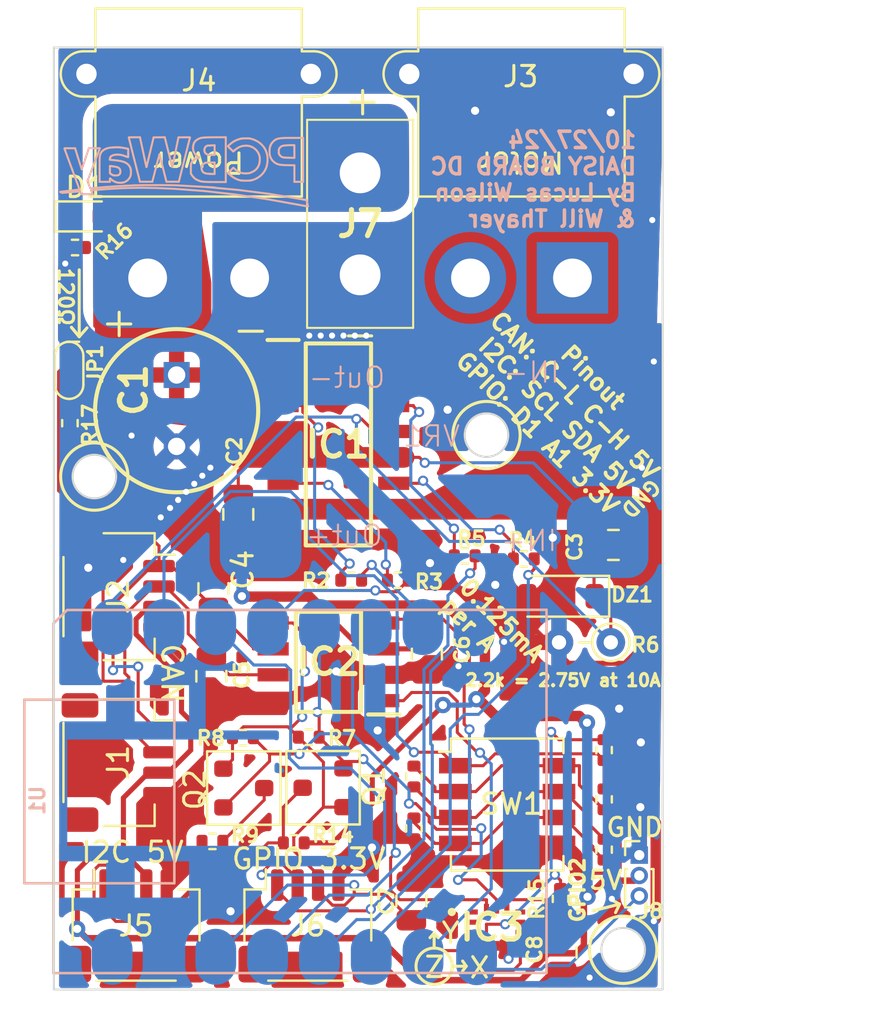
<source format=kicad_pcb>
(kicad_pcb (version 20240108) (generator "pcbnew") (generator_version "8.0")
  (layers (0 "F.Cu" signal) (31 "B.Cu" signal) (34 "B.Paste" user) (35 "F.Paste" user) (36 "B.SilkS" user "B.Silkscreen") (37 "F.SilkS" user "F.Silkscreen") (38 "B.Mask" user) (39 "F.Mask" user) (44 "Edge.Cuts" user))
  (net 0 "")
  (net 1 "GND")
  (net 2 "/OUTA")
  (net 3 "Net-(IC1-INA)")
  (net 4 "+24V")
  (net 5 "Net-(IC1-INB)")
  (net 6 "/OUTB")
  (net 7 "Net-(IC1-PWM)")
  (net 8 "+5V")
  (net 9 "Net-(IC1-SEL0)")
  (net 10 "RSENSE")
  (net 11 "CANH")
  (net 12 "CANL")
  (net 13 "CANTX")
  (net 14 "+3.3V")
  (net 15 "CANRX")
  (net 16 "Net-(R1-Pad1)")
  (net 17 "DipV")
  (net 18 "INA")
  (net 19 "INB")
  (net 20 "PWM")
  (net 21 "SEL")
  (net 22 "Net-(R10-Pad1)")
  (net 23 "Net-(R11-Pad1)")
  (net 24 "GPIO_1")
  (net 25 "GPIO_A")
  (net 26 "SDA")
  (net 27 "SCL")
  (net 28 "GPIO_2")
  (net 29 "/SCL5")
  (net 30 "/SDA5")
  (net 33 "Net-(IC3-CS)")
  (net 39 "Net-(D1-K)")
  (net 40 "Net-(JP1-A)")
  (footprint "Library:Xt30 Horizontal" (layer "F.Cu") (at 86.916 65.626)
    (property "Reference" "J4")
    (property "Value" "XT30PB")
  )
  (footprint "Resistor_SMD:R_0402_1005Metric" (layer "F.Cu") (at 104.2924 88.771 -90)
    (property "Reference" "R13" (hide yes))
    (property "Value" "8.2k")
  )
  (footprint "Resistor_SMD:R_0402_1005Metric" (layer "F.Cu") (at 100.3554 79.4004)
    (property "Reference" "R4")
    (property "Value" "1.1k")
  )
  (footprint "SamacSys_Parts:CAPPRD350W65D800H1300" (layer "F.Cu") (at 83.3374 70.3834 -90)
    (property "Reference" "C1")
    (property "Value" "EEU-FK1E271" (hide yes))
  )
  (footprint "Connector_JST:JST_SH_SM04B-SRSS-TB_1x04-1MP_P1.00mm_Horizontal" (layer "F.Cu") (at 81.3502 97.3882)
    (property "Reference" "J5")
    (property "Value" "SM04B-SRSS-TB")
  )
  (footprint "Resistor_SMD:R_0402_1005Metric" (layer "F.Cu") (at 85.092 93.2434 180)
    (property "Reference" "R9")
    (property "Value" "10k")
  )
  (footprint "Resistor_SMD:R_0402_1005Metric" (layer "F.Cu") (at 104.2924 93.6518 90)
    (property "Reference" "R11" (hide yes))
    (property "Value" "2.2k")
  )
  (footprint "Connector_PinHeader_1.00mm:PinHeader_1x03_P1.00mm_Vertical" (layer "F.Cu") (at 106.0196 93.9198)
    (property "Reference" "J8")
    (property "Value" "Conn_01x03_Pin")
  )
  (footprint "Resistor_SMD:R_0402_1005Metric" (layer "F.Cu") (at 91.8952 80.4418 180)
    (property "Reference" "R2")
    (property "Value" "1.1k")
  )
  (footprint "PCM_Package_TO_SOT_SMD_AKL:SOT-23" (layer "F.Cu") (at 86.63 90.6322)
    (property "Reference" "Q2")
    (property "Value" "BSS138" (hide yes))
  )
  (footprint "Capacitor_SMD:C_0805_2012Metric" (layer "F.Cu") (at 86.36 77.216 -90)
    (property "Reference" "C2")
    (property "Value" "100nF")
  )
  (footprint "Resistor_SMD:R_0402_1005Metric" (layer "F.Cu") (at 78.105 72.7456 90)
    (property "Reference" "R17")
    (property "Value" "120")
  )
  (footprint "Resistor_THT:R_Axial_DIN0204_L3.6mm_D1.6mm_P2.54mm_Vertical" (layer "F.Cu") (at 104.6226 83.4898 180)
    (property "Reference" "R6")
    (property "Value" "Rsense")
  )
  (footprint "SamacSys_Parts:LSM6DS3USTR" (layer "F.Cu") (at 99.0266 97.4574)
    (property "Reference" "IC3")
    (property "Value" "LSM6DS3TR-C" (hide yes))
  )
  (footprint "Resistor_SMD:R_0402_1005Metric" (layer "F.Cu") (at 89.0798 93.3196)
    (property "Reference" "R14")
    (property "Value" "10k")
  )
  (footprint "Connector_JST:JST_SH_SM04B-SRSS-TB_1x04-1MP_P1.00mm_Horizontal" (layer "F.Cu") (at 80.4738 81.25 -90)
    (property "Reference" "J2")
    (property "Value" "SM04B-SRSS-TB")
  )
  (footprint "Resistor_SMD:R_0402_1005Metric" (layer "F.Cu") (at 78.357001 64.135 180)
    (property "Reference" "R16")
    (property "Value" "1.5k")
  )
  (footprint "SamacSys_Parts:SOIC127P600X175-16N" (layer "F.Cu") (at 91.268 73.787)
    (property "Reference" "IC1")
    (property "Value" "VNH7100BASTR" (hide yes))
  )
  (footprint "Diode_SMD:D_SOD-123" (layer "F.Cu") (at 102.1832 81.2292 180)
    (property "Reference" "DZ1")
    (property "Value" "MM1Z3V3")
  )
  (footprint "LED_SMD:LED_0603_1608Metric" (layer "F.Cu") (at 78.8671 62.611)
    (property "Reference" "D1")
    (property "Value" "KT-0603R")
  )
  (footprint "Resistor_SMD:R_0402_1005Metric" (layer "F.Cu") (at 94.1812 80.4418 180)
    (property "Reference" "R3")
    (property "Value" "1.1k")
  )
  (footprint "JST_Sorted:XT30PB" (layer "F.Cu") (at 92.3326 65.4744 180)
    (property "Reference" "J7")
    (property "Value" "XT30PB" (hide yes))
  )
  (footprint "Resistor_SMD:R_0402_1005Metric" (layer "F.Cu") (at 104.2924 91.186 90)
    (property "Reference" "R1" (hide yes))
    (property "Value" "8.2k")
  )
  (footprint "Resistor_SMD:R_0402_1005Metric" (layer "F.Cu") (at 86.5866 88.1634 180)
    (property "Reference" "R8")
    (property "Value" "10k")
  )
  (footprint "PCM_Package_TO_SOT_SMD_AKL:SOT-23" (layer "F.Cu") (at 90.5162 90.617 180)
    (property "Reference" "Q1")
    (property "Value" "BSS138" (hide yes))
  )
  (footprint "SamacSys_Parts:SOIC127P600X175-8N" (layer "F.Cu") (at 90.7796 84.4448 180)
    (property "Reference" "IC2")
    (property "Value" "TJA1050T_CM" (hide yes))
  )
  (footprint "Capacitor_SMD:C_0805_2012Metric" (layer "F.Cu") (at 94.8436 96.1644 90)
    (property "Reference" "C7")
    (property "Value" "100nF")
  )
  (footprint "Capacitor_SMD:C_0805_2012Metric" (layer "F.Cu") (at 102.2096 98.694201 -90)
    (property "Reference" "C8")
    (property "Value" "100nF")
  )
  (footprint "Resistor_SMD:R_0402_1005Metric" (layer "F.Cu") (at 94.9706 92.6064 90)
    (property "Reference" "R12" (hide yes))
    (property "Value" "1.1k")
  )
  (footprint "Resistor_SMD:R_0402_1005Metric" (layer "F.Cu") (at 97.4598 79.248)
    (property "Reference" "R5")
    (property "Value" "1.1k")
  )
  (footprint "Jumper:SolderJumper-2_P1.3mm_Open_RoundedPad1.0x1.5mm" (layer "F.Cu") (at 78.2574 70.1548 90)
    (property "Reference" "JP1")
    (property "Value" "SolderJumper_2_Open")
  )
  (footprint "Resistor_SMD:R_0402_1005Metric" (layer "F.Cu") (at 89.8144 88.138 180)
    (property "Reference" "R7")
    (property "Value" "10k")
  )
  (footprint "Capacitor_SMD:C_0805_2012Metric" (layer "F.Cu") (at 85.1408 80.8482 -90)
    (property "Reference" "C4")
    (property "Value" "30pF")
  )
  (footprint "Capacitor_SMD:C_0805_2012Metric" (layer "F.Cu") (at 95.6056 84.0638 -90)
    (property "Reference" "C6")
    (property "Value" "100nF")
  )
  (footprint "Connector_JST:JST_SH_SM04B-SRSS-TB_1x04-1MP_P1.00mm_Horizontal" (layer "F.Cu") (at 80.4738 89.378 -90)
    (property "Reference" "J1")
    (property "Value" "SM04B-SRSS-TB")
  )
  (footprint "Resistor_SMD:R_0402_1005Metric" (layer "F.Cu") (at 102.1588 96.0628 90)
    (property "Reference" "R15")
    (property "Value" "10k")
  )
  (footprint "Capacitor_SMD:C_0805_2012Metric" (layer "F.Cu") (at 85.0392 85.151 -90)
    (property "Reference" "C5")
    (property "Value" "30pF")
  )
  (footprint "Connector_JST:JST_SH_SM04B-SRSS-TB_1x04-1MP_P1.00mm_Horizontal" (layer "F.Cu") (at 89.7696 97.3882)
    (property "Reference" "J6")
    (property "Value" "SM04B-SRSS-TB")
  )
  (footprint "Resistor_SMD:R_0402_1005Metric" (layer "F.Cu") (at 94.9706 90.0644 90)
    (property "Reference" "R10" (hide yes))
    (property "Value" "3.9k")
  )
  (footprint "Capacitor_SMD:C_0805_2012Metric" (layer "F.Cu") (at 104.7496 78.7146)
    (property "Reference" "C3")
    (property "Value" "10nF")
  )
  (footprint "Button_Switch_SMD:SW_DIP_SPSTx04_Slide_Copal_CHS-04A_W5.08mm_P1.27mm_JPin" (layer "F.Cu") (at 99.5426 91.44)
    (property "Reference" "SW1")
    (property "Value" "DSHP04TJGER")
  )
  (footprint "Library:Xt30 Horizontal" (layer "F.Cu") (at 102.742 65.626)
    (property "Reference" "J3")
    (property "Value" "XT30PB")
  )
  (footprint "Library:EY9 reg board" (layer "B.Cu") (at 95.8342 73.8886 180)
    (property "Reference" "VR1")
    (property "Value" "~")
  )
  (footprint "Arduino:ESP32-C3 16 Pin Super Mini" (layer "B.Cu") (at 98.2964 81.9039 -90)
    (property "Reference" "U1")
    (property "Value" "MOUDLE-SEEEDUINO-XIAO-ESP32C3")
  )
  (gr_line (start 86.772107 58.784719) (end 86.702151 58.785459) (stroke (width 0.1)) (layer "B.SilkS"))
  (gr_line (start 83.278584 59.453199) (end 83.221511 59.72894) (stroke (width 0.1)) (layer "B.SilkS"))
  (gr_arc (start 80.238166 60.872605) (mid 80.208632 60.85478) (end 80.18003 60.835495) (stroke (width 0.1)) (layer "B.SilkS"))
  (gr_line (start 89.457827 61.765612) (end 89.338671 61.743742) (stroke (width 0.1)) (layer "B.SilkS"))
  (gr_line (start 78.21541 60.309059) (end 78.573169 61.279217) (stroke (width 0.1)) (layer "B.SilkS"))
  (gr_line (start 79.03506 61.058686) (end 78.993966 60.951332) (stroke (width 0.1)) (layer "B.SilkS"))
  (gr_line (start 85.949821 59.075925) (end 85.869975 59.146939) (stroke (width 0.1)) (layer "B.SilkS"))
  (gr_line (start 89.338671 61.743742) (end 87.886429 61.506017) (stroke (width 0.1)) (layer "B.SilkS"))
  (gr_arc (start 87.170299 60.356915) (mid 87.119119 60.3917) (end 87.064909 60.421543) (stroke (width 0.1)) (layer "B.SilkS"))
  (gr_line (start 89.323431 60.914526) (end 89.536791 60.914526) (stroke (width 0.1)) (layer "B.SilkS"))
  (gr_arc (start 89.768773 62.11849) (mid 89.766616 62.119805) (end 89.764096 62.119986) (stroke (width 0.1)) (layer "B.SilkS"))
  (gr_line (start 80.027031 61.260483) (end 80.776199 61.220035) (stroke (width 0.1)) (layer "B.SilkS"))
  (gr_arc (start 84.698246 59.360314) (mid 84.700599 59.323655) (end 84.707869 59.287646) (stroke (width 0.1)) (layer "B.SilkS"))
  (gr_arc (start 88.508139 59.697807) (mid 88.476951 59.68145) (end 88.447797 59.661695) (stroke (width 0.1)) (layer "B.SilkS"))
  (gr_line (start 86.50419 60.849231) (end 86.558548 60.854777) (stroke (width 0.1)) (layer "B.SilkS"))
  (gr_line (start 77.865876 61.444367) (end 78.258696 61.411851) (stroke (width 0.1)) (layer "B.SilkS"))
  (gr_line (start 81.160582 59.418655) (end 81.26513 59.832486) (stroke (width 0.1)) (layer "B.SilkS"))
  (gr_line (start 78.619797 61.405801) (end 78.628262 61.427607) (stroke (width 0.1)) (layer "B.SilkS"))
  (gr_line (start 88.853531 59.73346) (end 88.683785 59.728585) (stroke (width 0.1)) (layer "B.SilkS"))
  (gr_line (start 83.444089 60.909446) (end 83.716657 59.832486) (stroke (width 0.1)) (layer "B.SilkS"))
  (gr_line (start 81.848936 60.160446) (end 81.807896 59.972567) (stroke (width 0.1)) (layer "B.SilkS"))
  (gr_line (start 88.659016 58.763533) (end 88.519122 58.77113) (stroke (width 0.1)) (layer "B.SilkS"))
  (gr_arc (start 80.993653 58.752981) (mid 80.992706 58.747942) (end 80.992352 58.742826) (stroke (width 0.1)) (layer "B.SilkS"))
  (gr_line (start 81.565262 58.847344) (end 81.554576 58.798706) (stroke (width 0.1)) (layer "B.SilkS"))
  (gr_line (start 83.716657 59.832486) (end 83.821169 59.418644) (stroke (width 0.1)) (layer "B.SilkS"))
  (gr_arc (start 84.587084 60.369367) (mid 84.569364 60.317973) (end 84.560817 60.264286) (stroke (width 0.1)) (layer "B.SilkS"))
  (gr_line (start 81.807896 59.972567) (end 81.761925 59.760875) (stroke (width 0.1)) (layer "B.SilkS"))
  (gr_arc (start 80.129509 60.540206) (mid 80.116118 60.531875) (end 80.10328 60.522714) (stroke (width 0.1)) (layer "B.SilkS"))
  (gr_line (start 82.441442 59.769716) (end 82.493214 59.575824) (stroke (width 0.1)) (layer "B.SilkS"))
  (gr_arc (start 79.583365 59.595671) (mid 79.597669 59.552702) (end 79.61693 59.511714) (stroke (width 0.1)) (layer "B.SilkS"))
  (gr_line (start 79.485201 59.49978) (end 79.56928 59.275164) (stroke (width 0.1)) (layer "B.SilkS"))
  (gr_arc (start 81.078616 60.265949) (mid 81.087819 60.304913) (end 81.093327 60.344569) (stroke (width 0.1)) (layer "B.SilkS"))
  (gr_arc (start 89.709466 61.820934) (mid 89.712255 61.824543) (end 89.713833 61.828824) (stroke (width 0.1)) (layer "B.SilkS"))
  (gr_arc (start 117.143031 67.337275) (mid 117.171071 67.331267) (end 117.199411 67.326889) (stroke (width 0.0005)) (layer "B.SilkS"))
  (gr_line (start 79.40441 59.268865) (end 79.301529 59.268606) (stroke (width 0.1)) (layer "B.SilkS"))
  (gr_line (start 84.319384 60.809296) (end 84.387088 60.841373) (stroke (width 0.1)) (layer "B.SilkS"))
  (gr_line (start 84.69609 61.365027) (end 86.211353 61.534164) (stroke (width 0.1)) (layer "B.SilkS"))
  (gr_line (start 79.559671 60.296901) (end 79.559671 60.914526) (stroke (width 0.1)) (layer "B.SilkS"))
  (gr_line (start 82.548743 59.769683) (end 82.603985 59.98531) (stroke (width 0.1)) (layer "B.SilkS"))
  (gr_line (start 89.617455 62.094761) (end 89.695384 62.108487) (stroke (width 0.1)) (layer "B.SilkS"))
  (gr_line (start 89.695384 62.108487) (end 89.764096 62.119986) (stroke (width 0.1)) (layer "B.SilkS"))
  (gr_line (start 85.038451 59.129138) (end 85.198471 59.123938) (stroke (width 0.1)) (layer "B.SilkS"))
  (gr_arc (start 88.128634 59.956992) (mid 88.075072 59.910843) (end 88.027485 59.858555) (stroke (width 0.1)) (layer "B.SilkS"))
  (gr_arc (start 87.905921 59.600154) (mid 87.897164 59.550958) (end 87.892437 59.501212) (stroke (width 0.1)) (layer "B.SilkS"))
  (gr_line (start 87.937219 59.141247) (end 87.934073 59.149754) (stroke (width 0.1)) (layer "B.SilkS"))
  (gr_line (start 84.694844 60.010302) (end 84.764585 59.974726) (stroke (width 0.1)) (layer "B.SilkS"))
  (gr_arc (start 84.184067 59.455633) (mid 84.165846 59.409756) (end 84.153024 59.362086) (stroke (width 0.1)) (layer "B.SilkS"))
  (gr_arc (start 80.26155 60.599494) (mid 80.246719 60.596184) (end 80.232221 60.59163) (stroke (width 0.1)) (layer "B.SilkS"))
  (gr_line (start 84.914163 59.136279) (end 84.97437 59.131993) (stroke (width 0.1)) (layer "B.SilkS"))
  (gr_line (start 85.046452 59.593726) (end 84.963199 59.592918) (stroke (width 0.1)) (layer "B.SilkS"))
  (gr_line (start 84.981528 59.971175) (end 85.198471 59.967625) (stroke (width 0.1)) (layer "B.SilkS"))
  (gr_line (start 84.765533 58.737997) (end 84.661179 58.745918) (stroke (width 0.1)) (layer "B.SilkS"))
  (gr_line (start 82.311618 61.074988) (end 81.684804 61.077378) (stroke (width 0.1)) (layer "B.SilkS"))
  (gr_line (start 83.909188 59.068105) (end 83.988007 58.753001) (stroke (width 0.1)) (layer "B.SilkS"))
  (gr_line (start 80.062591 59.831673) (end 80.065558 59.786746) (stroke (width 0.1)) (layer "B.SilkS"))
  (gr_arc (start 86.444092 59.197358) (mid 86.511967 59.1737) (end 86.581935 59.157231) (stroke (width 0.1)) (layer "B.SilkS"))
  (gr_line (start 86.535924 58.793157) (end 86.494797 58.798624) (stroke (width 0.1)) (layer "B.SilkS"))
  (gr_arc (start 77.83723 59.286386) (mid 77.837536 59.280172) (end 77.842318 59.276168) (stroke (width 0.1)) (layer "B.SilkS"))
  (gr_line (start 78.584629 59.988078) (end 78.48411 59.67228) (stroke (width 0.1)) (layer "B.SilkS"))
  (gr_arc (start 80.928731 59.692322) (mid 80.917703 59.690166) (end 80.906865 59.6872) (stroke (width 0.1)) (layer "B.SilkS"))
  (gr_line (start 89.110071 59.433873) (end 89.110071 59.737994) (stroke (width 0.1)) (layer "B.SilkS"))
  (gr_arc (start 80.392438 59.583587) (mid 80.462163 59.581787) (end 80.531816 59.585434) (stroke (width 0.1)) (layer "B.SilkS"))
  (gr_line (start 86.112593 59.423257) (end 86.171233 59.372785) (stroke (width 0.1)) (layer "B.SilkS"))
  (gr_arc (start 86.897694 60.485866) (mid 86.858801 60.493457) (end 86.819448 60.498114) (stroke (width 0.1)) (layer "B.SilkS"))
  (gr_arc (start 89.087669 59.116584) (mid 89.096132 59.118206) (end 89.103298 59.122979) (stroke (width 0.1)) (layer "B.SilkS"))
  (gr_arc (start 79.567135 59.691422) (mid 79.57299 59.643163) (end 79.583365 59.595671) (stroke (width 0.1)) (layer "B.SilkS"))
  (gr_line (start 84.035403 60.274446) (end 84.035151 60.503046) (stroke (width 0.1)) (layer "B.SilkS"))
  (gr_arc (start 84.200154 58.991599) (mid 84.224088 58.95395) (end 84.252885 58.919876) (stroke (width 0.1)) (layer "B.SilkS"))
  (gr_arc (start 79.716818 59.385782) (mid 79.739531 59.367968) (end 79.763122 59.351332) (stroke (width 0.1)) (layer "B.SilkS"))
  (gr_line (start 81.291951 61.08616) (end 80.820731 61.106519) (stroke (width 0.1)) (layer "B.SilkS"))
  (gr_line (start 80.844836 59.667629) (end 80.880042 59.679183) (stroke (width 0.1)) (layer "B.SilkS"))
  (gr_line (start 85.896136 59.216209) (end 85.937111 59.257643) (stroke (width 0.1)) (layer "B.SilkS"))
  (gr_arc (start 80.617244 59.597864) (mid 80.66249 59.60807) (end 80.707191 59.620451) (stroke (width 0.1)) (layer "B.SilkS"))
  (gr_line (start 84.422292 59.725161) (end 84.406708 59.730785) (stroke (width 0.1)) (layer "B.SilkS"))
  (gr_arc (start 79.213966 61.519886) (mid 79.214147 61.520775) (end 79.214231 61.521679) (stroke (width 0.1)) (layer "B.SilkS"))
  (gr_line (start 86.799674 60.498882) (end 86.722471 60.501882) (stroke (width 0.1)) (layer "B.SilkS"))
  (gr_arc (start 79.647235 59.462115) (mid 79.662589 59.441211) (end 79.679379 59.421443) (stroke (width 0.1)) (layer "B.SilkS"))
  (gr_line (start 78.681089 60.287101) (end 78.584629 59.988078) (stroke (width 0.1)) (layer "B.SilkS"))
  (gr_line (start 78.637881 61.453061) (end 78.662553 61.519046) (stroke (width 0.1)) (layer "B.SilkS"))
  (gr_line (start 89.087669 59.116557) (end 89.087669 59.116584) (stroke (width 0.1)) (layer "B.SilkS"))
  (gr_arc (start 80.283949 59.593628) (mid 80.318732 59.588286) (end 80.353767 59.584986) (stroke (width 0.1)) (layer "B.SilkS"))
  (gr_line (start 83.221511 59.72894) (end 83.172439 59.962127) (stroke (width 0.1)) (layer "B.SilkS"))
  (gr_line (start 82.668631 60.241448) (end 82.836271 60.909446) (stroke (width 0.1)) (layer "B.SilkS"))
  (gr_arc (start 87.398885 59.654211) (mid 87.407777 59.698177) (end 87.412245 59.742809) (stroke (width 0.1)) (layer "B.SilkS"))
  (gr_arc (start 86.977639 60.845309) (mid 86.933873 60.85221) (end 86.889656 60.855023) (stroke (width 0.1)) (layer "B.SilkS"))
  (gr_line (start 84.764585 59.974726) (end 84.981528 59.971175) (stroke (width 0.1)) (layer "B.SilkS"))
  (gr_line (start 83.852402 58.731646) (end 83.707844 58.732505) (stroke (width 0.1)) (layer "B.SilkS"))
  (gr_line (start 80.091718 60.76403) (end 80.108132 60.777298) (stroke (width 0.1)) (layer "B.SilkS"))
  (gr_arc (start 88.399107 59.612947) (mid 88.385648 59.596509) (end 88.373689 59.578949) (stroke (width 0.1)) (layer "B.SilkS"))
  (gr_arc (start 79.98653 59.257527) (mid 80.09594 59.238034) (end 80.206764 59.229753) (stroke (width 0.1)) (layer "B.SilkS"))
  (gr_line (start 89.653051 61.801322) (end 89.563554 61.784971) (stroke (width 0.1)) (layer "B.SilkS"))
  (gr_line (start 84.969279 58.731972) (end 84.765533 58.737997) (stroke (width 0.1)) (layer "B.SilkS"))
  (gr_line (start 83.066808 59.96836) (end 83.006785 59.735104) (stroke (width 0.1)) (layer "B.SilkS"))
  (gr_arc (start 79.867294 59.295693) (mid 79.926124 59.274148) (end 79.98653 59.257527) (stroke (width 0.1)) (layer "B.SilkS"))
  (gr_line (start 88.428966 59.645456) (end 88.408121 59.62373) (stroke (width 0.1)) (layer "B.SilkS"))
  (gr_arc (start 84.734417 59.49338) (mid 84.718443 59.464363) (end 84.70756 59.433079) (stroke (width 0.1)) (layer "B.SilkS"))
  (gr_line (start 86.737711 60.857922) (end 86.859386 60.856664) (stroke (width 0.1)) (layer "B.SilkS"))
  (gr_line (start 80.469626 59.223027) (end 80.392569 59.222387) (stroke (width 0.1)) (layer "B.SilkS"))
  (gr_line (start 82.207342 58.735206) (end 82.038529 59.446406) (stroke (width 0.1)) (layer "B.SilkS"))
  (gr_arc (start 88.253542 60.031922) (mid 88.189017 59.997908) (end 88.128634 59.956992) (stroke (width 0.1)) (layer "B.SilkS"))
  (gr_line (start 86.887641 58.785639) (end 86.835183 58.784866) (stroke (width 0.1)) (layer "B.SilkS"))
  (gr_arc (start 87.967938 59.07242) (mid 87.974289 59.060364) (end 87.981209 59.048625) (stroke (width 0.1)) (layer "B.SilkS"))
  (gr_line (start 80.07761 60.75325) (end 80.091718 60.76403) (stroke (width 0.1)) (layer "B.SilkS"))
  (gr_arc (start 86.967494 59.180172) (mid 87.005421 59.195374) (end 87.042511 59.212518) (stroke (width 0.1)) (layer "B.SilkS"))
  (gr_line (start 80.961751 59.498709) (end 80.961751 59.299869) (stroke (width 0.1)) (layer "B.SilkS"))
  (gr_line (start 84.406708 59.730785) (end 84.388177 59.736269) (stroke (width 0.1)) (layer "B.SilkS"))
  (gr_line (start 80.100691 60.143509) (end 80.119493 60.144721) (stroke (width 0.1)) (layer "B.SilkS"))
  (gr_line (start 80.880042 59.679183) (end 80.906865 59.6872) (stroke (width 0.1)) (layer "B.SilkS"))
  (gr_line (start 86.889656 60.855023) (end 86.92503 60.853105) (stroke (width 0.1)) (layer "B.SilkS"))
  (gr_line (start 89.536791 60.914526) (end 89.536791 59.837566) (stroke (width 0.1)) (layer "B.SilkS"))
  (gr_arc (start 84.875258 59.583895) (mid 84.857474 59.579232) (end 84.840045 59.573377) (stroke (width 0.1)) (layer "B.SilkS"))
  (gr_line (start 79.568506 59.270736) (end 79.491017 59.269666) (stroke (width 0.1)) (layer "B.SilkS"))
  (gr_line (start 78.863592 59.77666) (end 78.798035 59.971771) (stroke (width 0.1)) (layer "B.SilkS"))
  (gr_arc (start 87.347714 59.516372) (mid 87.376962 59.583932) (end 87.398885 59.654211) (stroke (width 0.1)) (layer "B.SilkS"))
  (gr_line (start 79.281731 60.041835) (end 79.392199 59.74786) (stroke (width 0.1)) (layer "B.SilkS"))
  (gr_arc (start 88.447797 59.661695) (mid 88.438137 59.653859) (end 88.428966 59.645456) (stroke (width 0.1)) (layer "B.SilkS"))
  (gr_arc (start 88.079625 58.932729) (mid 88.109812 58.904944) (end 88.141208 58.878533) (stroke (width 0.1)) (layer "B.SilkS"))
  (gr_line (start 81.684804 61.077378) (end 81.291951 61.08616) (stroke (width 0.1)) (layer "B.SilkS"))
  (gr_line (start 77.765399 61.450194) (end 77.865876 61.444367) (stroke (width 0.1)) (layer "B.SilkS"))
  (gr_arc (start 80.986775 60.097456) (mid 81.016639 60.13617) (end 81.042343 60.177762) (stroke (width 0.1)) (layer "B.SilkS"))
  (gr_arc (start 85.869031 60.486082) (mid 85.869684 60.482472) (end 85.871585 60.479332) (stroke (width 0.1)) (layer "B.SilkS"))
  (gr_arc (start 81.093327 60.344569) (mid 81.096624 60.3942) (end 81.097463 60.443933) (stroke (width 0.1)) (layer "B.SilkS"))
  (gr_line (start 81.841097 60.909446) (end 82.144409 60.909446) (stroke (width 0.1)) (layer "B.SilkS"))
  (gr_arc (start 79.568506 59.270736) (mid 79.569448 59.271225) (end 79.569831 59.272215) (stroke (width 0.1)) (layer "B.SilkS"))
  (gr_line (start 89.563554 61.784971) (end 89.457827 61.765612) (stroke (width 0.1)) (layer "B.SilkS"))
  (gr_line (start 86.98106 60.844498) (end 87.041786 60.830106) (stroke (width 0.1)) (layer "B.SilkS"))
  (gr_line (start 84.956609 60.923072) (end 85.270668 60.924686) (stroke (width 0.1)) (layer "B.SilkS"))
  (gr_arc (start 89.771009 62.11168) (mid 89.7707 62.11535) (end 89.768773 62.11849) (stroke (width 0.1)) (layer "B.SilkS"))
  (gr_line (start 79.10336 61.234572) (end 79.03506 61.058686) (stroke (width 0.1)) (layer "B.SilkS"))
  (gr_arc (start 81.097463 60.443933) (mid 81.095854 60.49318) (end 81.091816 60.542287) (stroke (width 0.1)) (layer "B.SilkS"))
  (gr_arc (start 84.73656 59.224421) (mid 84.757207 59.198291) (end 84.781935 59.175984) (stroke (width 0.1)) (layer "B.SilkS"))
  (gr_line (start 81.539242 58.730126) (end 81.265737 58.730126) (stroke (width 0.1)) (layer "B.SilkS"))
  (gr_arc (start 79.679379 59.421443) (mid 79.697469 59.402952) (end 79.716818 59.385782) (stroke (width 0.1)) (layer "B.SilkS"))
  (gr_arc (start 80.300714 60.904247) (mid 80.269049 60.889199) (end 80.238166 60.872605) (stroke (width 0.1)) (layer "B.SilkS"))
  (gr_line (start 80.928731 59.692322) (end 80.961751 59.697549) (stroke (width 0.1)) (layer "B.SilkS"))
  (gr_line (start 88.716532 59.125881) (end 88.851119 59.119565) (stroke (width 0.1)) (layer "B.SilkS"))
  (gr_arc (start 84.434672 59.713353) (mid 84.435977 59.714896) (end 84.436461 59.716866) (stroke (width 0.1)) (layer "B.SilkS"))
  (gr_line (start 89.110071 60.104377) (end 89.110071 60.509451) (stroke (width 0.1)) (layer "B.SilkS"))
  (gr_arc (start 78.686768 60.289156) (mid 78.683429 60.289516) (end 78.681089 60.287101) (stroke (width 0.1)) (layer "B.SilkS"))
  (gr_arc (start 81.86777 60.160471) (mid 81.866062 60.166695) (end 81.863975 60.172803) (stroke (width 0.1)) (layer "B.SilkS"))
  (gr_line (start 85.198471 59.358832) (end 85.198471 59.593726) (stroke (width 0.1)) (layer "B.SilkS"))
  (gr_arc (start 81.042343 60.177762) (mid 81.062934 60.220846) (end 81.078616 60.265949) (stroke (width 0.1)) (layer "B.SilkS"))
  (gr_line (start 78.48411 59.67228) (end 78.378292 59.332106) (stroke (width 0.1)) (layer "B.SilkS"))
  (gr_arc (start 88.027485 59.858555) (mid 87.986507 59.800833) (end 87.95279 59.73859) (stroke (width 0.1)) (layer "B.SilkS"))
  (gr_arc (start 88.343366 59.456084) (mid 88.343385 59.407353) (end 88.346459 59.358718) (stroke (width 0.1)) (layer "B.SilkS"))
  (gr_arc (start 88.469343 59.178657) (mid 88.496924 59.163601) (end 88.526223 59.152246) (stroke (width 0.1)) (layer "B.SilkS"))
  (gr_arc (start 87.401722 59.972525) (mid 87.393195 60.016501) (end 87.38032 60.059406) (stroke (width 0.1)) (layer "B.SilkS"))
  (gr_arc (start 86.799674 60.498882) (mid 86.686073 60.501087) (end 86.57304 60.489521) (stroke (width 0.1)) (layer "B.SilkS"))
  (gr_line (start 80.923651 59.289864) (end 80.859632 59.27515) (stroke (width 0.1)) (layer "B.SilkS"))
  (gr_arc (start 84.306426 59.624274) (mid 84.26996 59.586832) (end 84.237262 59.546058) (stroke (width 0.1)) (layer "B.SilkS"))
  (gr_arc (start 80.580432 60.406526) (mid 80.57708 60.451596) (end 80.566686 60.495577) (stroke (width 0.1)) (layer "B.SilkS"))
  (gr_line (start 83.329031 61.086321) (end 82.938172 61.07747) (stroke (width 0.1)) (layer "B.SilkS"))
  (gr_line (start 85.862254 59.180306) (end 85.896136 59.216209) (stroke (width 0.1)) (layer "B.SilkS"))
  (gr_arc (start 80.853859 60.893079) (mid 80.800043 60.920563) (end 80.743311 60.941371) (stroke (width 0.1)) (layer "B.SilkS"))
  (gr_line (start 85.878051 60.506088) (end 85.878073 60.506063) (stroke (width 0.1)) (layer "B.SilkS"))
  (gr_line (start 83.983471 58.735722) (end 83.931806 58.732988) (stroke (width 0.1)) (layer "B.SilkS"))
  (gr_arc (start 87.892437 59.501212) (mid 87.890698 59.441983) (end 87.891871 59.382741) (stroke (width 0.1)) (layer "B.SilkS"))
  (gr_line (start 80.153885 60.148165) (end 80.194052 60.152654) (stroke (width 0.1)) (layer "B.SilkS"))
  (gr_line (start 85.937111 59.257643) (end 85.985732 59.304237) (stroke (width 0.1)) (layer "B.SilkS"))
  (gr_arc (start 80.557783 60.960066) (mid 80.505759 60.957048) (end 80.453992 60.951063) (stroke (width 0.1)) (layer "B.SilkS"))
  (gr_line (start 80.537584 59.225) (end 80.469626 59.223027) (stroke (width 0.1)) (layer "B.SilkS"))
  (gr_arc (start 86.57304 60.489521) (mid 86.507407 60.474968) (end 86.443792 60.453227) (stroke (width 0.1)) (layer "B.SilkS"))
  (gr_arc (start 89.700689 61.814341) (mid 89.705252 61.817405) (end 89.709466 61.820934) (stroke (width 0.1)) (layer "B.SilkS"))
  (gr_line (start 89.066891 58.760693) (end 88.659016 58.763533) (stroke (width 0.1)) (layer "B.SilkS"))
  (gr_line (start 86.211353 61.534164) (end 87.803866 61.769258) (stroke (width 0.1)) (layer "B.SilkS"))
  (gr_arc (start 86.036431 59.005317) (mid 86.10824 58.954991) (end 86.184184 58.911153) (stroke (width 0.1)) (layer "B.SilkS"))
  (gr_arc (start 84.328919 58.855247) (mid 84.374006 58.826843) (end 84.421488 58.802654) (stroke (width 0.1)) (layer "B.SilkS"))
  (gr_arc (start 84.153024 59.362086) (mid 84.145297 59.314664) (end 84.141716 59.26675) (stroke (width 0.1)) (layer "B.SilkS"))
  (gr_arc (start 88.308472 58.799307) (mid 88.412956 58.778929) (end 88.519122 58.77113) (stroke (width 0.1)) (layer "B.SilkS"))
  (gr_line (start 80.820731 61.106519) (end 80.369283 61.131993) (stroke (width 0.1)) (layer "B.SilkS"))
  (gr_line (start 80.194052 60.152654) (end 80.221571 60.156048) (stroke (width 0.1)) (layer "B.SilkS"))
  (gr_line (start 80.580751 59.228311) (end 80.537584 59.225) (stroke (width 0.1)) (layer "B.SilkS"))
  (gr_line (start 86.115224 60.22472) (end 85.992127 60.350267) (stroke (width 0.1)) (layer "B.SilkS"))
  (gr_line (start 78.612273 61.38681) (end 78.619797 61.405801) (stroke (width 0.1)) (layer "B.SilkS"))
  (gr_arc (start 85.858871 59.171704) (mid 85.861754 59.158122) (end 85.869975 59.146939) (stroke (width 0.1)) (layer "B.SilkS"))
  (gr_arc (start 86.447775 58.809054) (mid 86.491507 58.799208) (end 86.535924 58.793157) (stroke (width 0.1)) (layer "B.SilkS"))
  (gr_line (start 82.755056 58.729809) (end 82.481199 58.732507) (stroke (width 0.1)) (layer "B.SilkS"))
  (gr_arc (start 84.70756 59.433079) (mid 84.700658 59.396984) (end 84.698246 59.360314) (stroke (width 0.1)) (layer "B.SilkS"))
  (gr_line (start 84.760509 60.917227) (end 84.956609 60.923072) (stroke (width 0.1)) (layer "B.SilkS"))
  (gr_line (start 83.006785 59.735104) (end 82.936683 59.456781) (stroke (width 0.1)) (layer "B.SilkS"))
  (gr_arc (start 86.443792 60.453227) (mid 86.379822 60.423361) (end 86.319284 60.387039) (stroke (width 0.1)) (layer "B.SilkS"))
  (gr_line (start 86.183618 60.283584) (end 86.115224 60.22472) (stroke (width 0.1)) (layer "B.SilkS"))
  (gr_line (start 83.121149 60.176543) (end 83.066808 59.96836) (stroke (width 0.1)) (layer "B.SilkS"))
  (gr_arc (start 86.896047 59.159089) (mid 86.932132 59.168407) (end 86.967494 59.180172) (stroke (width 0.1)) (layer "B.SilkS"))
  (gr_line (start 79.170335 60.338144) (end 79.281731 60.041835) (stroke (width 0.1)) (layer "B.SilkS"))
  (gr_line (start 79.154325 61.363686) (end 79.14514 61.337611) (stroke (width 0.1)) (layer "B.SilkS"))
  (gr_line (start 87.967938 59.07242) (end 87.952412 59.10534) (stroke (width 0.1)) (layer "B.SilkS"))
  (gr_arc (start 84.936633 59.591352) (mid 84.905756 59.589184) (end 84.875258 59.583895) (stroke (width 0.1)) (layer "B.SilkS"))
  (gr_line (start 80.707191 59.620451) (end 80.809351 59.654932) (stroke (width 0.1)) (layer "B.SilkS"))
  (gr_line (start 82.481199 58.732507) (end 82.207342 58.735206) (stroke (width 0.1)) (layer "B.SilkS"))
  (gr_line (start 79.20379 61.493125) (end 79.192313 61.463276) (stroke (width 0.1)) (layer "B.SilkS"))
  (gr_line (start 78.101711 61.34687) (end 77.943808 61.365327) (stroke (width 0.1)) (layer "B.SilkS"))
  (gr_line (start 82.938172 61.07747) (end 82.311618 61.074988) (stroke (width 0.1)) (layer "B.SilkS"))
  (gr_line (start 86.835183 58.784866) (end 86.772107 58.784719) (stroke (width 0.1)) (layer "B.SilkS"))
  (gr_line (start 80.067671 60.833246) (end 80.068107 60.802081) (stroke (width 0.1)) (layer "B.SilkS"))
  (gr_arc (start 82.495911 59.57348) (mid 82.497543 59.574027) (end 82.4985 59.575461) (stroke (width 0.1)) (layer "B.SilkS"))
  (gr_arc (start 80.743311 60.941371) (mid 80.702305 60.951407) (end 80.660484 60.957173) (stroke (width 0.1)) (layer "B.SilkS"))
  (gr_arc (start 88.380104 59.264304) (mid 88.397976 59.241382) (end 88.41767 59.220005) (stroke (width 0.1)) (layer "B.SilkS"))
  (gr_line (start 83.172439 59.962127) (end 83.127916 60.171399) (stroke (width 0.1)) (layer "B.SilkS"))
  (gr_line (start 89.110071 59.737994) (end 88.853531 59.73346) (stroke (width 0.1)) (layer "B.SilkS"))
  (gr_line (start 78.378292 59.332106) (end 78.358743 59.268606) (stroke (width 0.1)) (layer "B.SilkS"))
  (gr_line (start 81.523202 61.205744) (end 82.316671 61.217417) (stroke (width 0.1)) (layer "B.SilkS"))
  (gr_line (start 79.560793 59.854246) (end 79.559671 60.296901) (stroke (width 0.1)) (layer "B.SilkS"))
  (gr_arc (start 81.858218 60.183006) (mid 81.856891 60.182593) (end 81.856028 60.181507) (stroke (width 0.1)) (layer "B.SilkS"))
  (gr_arc (start 78.978072 60.901955) (mid 78.975451 60.887614) (end 78.974901 60.873046) (stroke (width 0.1)) (layer "B.SilkS"))
  (gr_line (start 80.108132 60.777298) (end 80.126466 60.793049) (stroke (width 0.1)) (layer "B.SilkS"))
  (gr_line (start 78.628262 61.427607) (end 78.637881 61.453061) (stroke (width 0.1)) (layer "B.SilkS"))
  (gr_arc (start 83.983471 58.735722) (mid 83.987662 58.738132) (end 83.989328 58.742665) (stroke (width 0.1)) (layer "B.SilkS"))
  (gr_line (start 85.944944 60.399131) (end 85.905191 60.441951) (stroke (width 0.1)) (layer "B.SilkS"))
  (gr_line (start 85.878051 60.506088) (end 85.949047 60.568256) (stroke (width 0.1)) (layer "B.SilkS"))
  (gr_arc (start 84.045741 60.029194) (mid 84.051468 60.008441) (end 84.058716 59.988168) (stroke (width 0.1)) (layer "B.SilkS"))
  (gr_arc (start 78.974901 60.873046) (mid 78.976543 60.858614) (end 78.980451 60.844625) (stroke (width 0.1)) (layer "B.SilkS"))
  (gr_line (start 78.391154 61.31337) (end 78.101711 61.34687) (stroke (width 0.1)) (layer "B.SilkS"))
  (gr_line (start 88.976087 59.116868) (end 89.087669 59.116557) (stroke (width 0.1)) (layer "B.SilkS"))
  (gr_arc (start 88.683785 59.728585) (mid 88.628054 59.725412) (end 88.572745 59.717864) (stroke (width 0.1)) (layer "B.SilkS"))
  (gr_line (start 86.269928 58.870133) (end 86.189381 58.908176) (stroke (width 0.1)) (layer "B.SilkS"))
  (gr_line (start 79.178687 61.428367) (end 79.165241 61.393474) (stroke (width 0.1)) (layer "B.SilkS"))
  (gr_line (start 88.802731 60.099041) (end 89.110071 60.104377) (stroke (width 0.1)) (layer "B.SilkS"))
  (gr_line (start 87.886429 61.506017) (end 86.357332 61.312501) (stroke (width 0.1)) (layer "B.SilkS"))
  (gr_arc (start 84.523487 58.766719) (mid 84.591803 58.752808) (end 84.661179 58.745918) (stroke (width 0.1)) (layer "B.SilkS"))
  (gr_line (start 78.741675 60.136778) (end 78.69078 60.284144) (stroke (width 0.1)) (layer "B.SilkS"))
  (gr_line (start 84.103712 60.618163) (end 84.155911 60.679062) (stroke (width 0.1)) (layer "B.SilkS"))
  (gr_line (start 79.213966 61.519886) (end 79.20379 61.493125) (stroke (width 0.1)) (layer "B.SilkS"))
  (gr_line (start 79.133203 61.522844) (end 79.213131 61.522808) (stroke (width 0.1)) (layer "B.SilkS"))
  (gr_arc (start 84.058716 59.988168) (mid 84.078888 59.948004) (end 84.10555 59.911819) (stroke (width 0.1)) (layer "B.SilkS"))
  (gr_line (start 80.068107 60.802081) (end 80.069451 60.775842) (stroke (width 0.1)) (layer "B.SilkS"))
  (gr_arc (start 79.14514 61.337611) (mid 79.145095 61.336399) (end 79.145667 61.335316) (stroke (width 0.1)) (layer "B.SilkS"))
  (gr_arc (start 84.781935 59.175984) (mid 84.809681 59.158509) (end 84.840053 59.146146) (stroke (width 0.1)) (layer "B.SilkS"))
  (gr_line (start 80.993653 58.752981) (end 81.072531 59.068152) (stroke (width 0.1)) (layer "B.SilkS"))
  (gr_line (start 85.992127 60.350267) (end 85.944944 60.399131) (stroke (width 0.1)) (layer "B.SilkS"))
  (gr_line (start 78.990737 60.816583) (end 79.074313 60.593839) (stroke (width 0.1)) (layer "B.SilkS"))
  (gr_line (start 80.75901 59.256181) (end 80.656101 59.238671) (stroke (width 0.1)) (layer "B.SilkS"))
  (gr_arc (start 86.310217 59.2679) (mid 86.375436 59.229368) (end 86.444092 59.197358) (stroke (width 0.1)) (layer "B.SilkS"))
  (gr_line (start 79.567135 59.691422) (end 79.560793 59.854246) (stroke (width 0.1)) (layer "B.SilkS"))
  (gr_arc (start 80.306234 60.603325) (mid 80.283804 60.602431) (end 80.26155 60.599494) (stroke (width 0.1)) (layer "B.SilkS"))
  (gr_arc (start 86.50419 60.849231) (mid 86.478605 60.845054) (end 86.453231 60.839747) (stroke (width 0.1)) (layer "B.SilkS"))
  (gr_arc (start 80.560197 60.30763) (mid 80.575207 60.356076) (end 80.580432 60.406526) (stroke (width 0.1)) (layer "B.SilkS"))
  (gr_line (start 88.851119 59.119565) (end 88.976087 59.116868) (stroke (width 0.1)) (layer "B.SilkS"))
  (gr_line (start 81.606092 59.036656) (end 81.565262 58.847344) (stroke (width 0.1)) (layer "B.SilkS"))
  (gr_line (start 87.945671 59.121272) (end 87.937219 59.141247) (stroke (width 0.1)) (layer "B.SilkS"))
  (gr_line (start 80.859632 59.27515) (end 80.75901 59.256181) (stroke (width 0.1)) (layer "B.SilkS"))
  (gr_arc (start 84.252885 58.919876) (mid 84.289337 58.88572) (end 84.328919 58.855247) (stroke (width 0.1)) (layer "B.SilkS"))
  (gr_arc (start 88.346459 59.358718) (mid 88.350564 59.33257) (end 88.357817 59.307115) (stroke (width 0.1)) (layer "B.SilkS"))
  (gr_line (start 80.316591 59.223368) (end 80.206764 59.229753) (stroke (width 0.1)) (layer "B.SilkS"))
  (gr_arc (start 86.187297 60.737567) (mid 86.114824 60.694006) (end 86.045871 60.645066) (stroke (width 0.1)) (layer "B.SilkS"))
  (gr_arc (start 80.949826 60.819761) (mid 80.904049 60.859309) (end 80.853859 60.893079) (stroke (width 0.1)) (layer "B.SilkS"))
  (gr_line (start 85.270668 60.924686) (end 85.747111 60.924686) (stroke (width 0.1)) (layer "B.SilkS"))
  (gr_arc (start 86.581935 59.157231) (mid 86.65698 59.147082) (end 86.732631 59.143662) (stroke (width 0.1)) (layer "B.SilkS"))
  (gr_arc (start 77.666688 61.400652) (mid 77.677311 61.398437) (end 77.688038 61.396801) (stroke (width 0.1)) (layer "B.SilkS"))
  (gr_arc (start 84.237262 59.546058) (mid 84.208494 59.502122) (end 84.184067 59.455633) (stroke (width 0.1)) (layer "B.SilkS"))
  (gr_line (start 81.537785 60.909446) (end 81.841097 60.909446) (stroke (width 0.1)) (layer "B.SilkS"))
  (gr_line (start 84.404626 59.693147) (end 84.421296 59.703903) (stroke (width 0.1)) (layer "B.SilkS"))
  (gr_line (start 80.067671 60.31896) (end 80.067671 60.142366) (stroke (width 0.1)) (layer "B.SilkS"))
  (gr_line (start 117.068247 67.355566) (end 117.163351 67.414344) (stroke (width 0.0005)) (layer "B.SilkS"))
  (gr_arc (start 80.221571 60.156048) (mid 80.312125 60.169801) (end 80.401592 60.189418) (stroke (width 0.1)) (layer "B.SilkS"))
  (gr_arc (start 80.566686 60.495577) (mid 80.550512 60.529048) (end 80.525749 60.556774) (stroke (width 0.1)) (layer "B.SilkS"))
  (gr_arc (start 77.712907 61.446673) (mid 77.692539 61.441149) (end 77.673605 61.431829) (stroke (width 0.1)) (layer "B.SilkS"))
  (gr_arc (start 87.32689 60.177191) (mid 87.294666 60.228389) (end 87.257339 60.275995) (stroke (width 0.1)) (layer "B.SilkS"))
  (gr_line (start 81.708419 59.512446) (end 81.654238 59.260284) (stroke (width 0.1)) (layer "B.SilkS"))
  (gr_arc (start 79.214231 61.521679) (mid 79.213926 61.522488) (end 79.213131 61.522808) (stroke (width 0.1)) (layer "B.SilkS"))
  (gr_line (start 87.803866 61.769258) (end 89.525858 62.077518) (stroke (width 0.1)) (layer "B.SilkS"))
  (gr_line (start 79.491017 59.269666) (end 79.40441 59.268865) (stroke (width 0.1)) (layer "B.SilkS"))
  (gr_arc (start 81.860387 60.181589) (mid 81.85951 60.182611) (end 81.858218 60.183006) (stroke (width 0.1)) (layer "B.SilkS"))
  (gr_arc (start 80.065558 59.786746) (mid 80.068682 59.761755) (end 80.074703 59.737299) (stroke (width 0.1)) (layer "B.SilkS"))
  (gr_line (start 86.608951 58.787858) (end 86.544979 58.791953) (stroke (width 0.1)) (layer "B.SilkS"))
  (gr_line (start 89.72739 61.885134) (end 89.713833 61.828824) (stroke (width 0.1)) (layer "B.SilkS"))
  (gr_line (start 84.963199 59.592918) (end 84.936633 59.591352) (stroke (width 0.1)) (layer "B.SilkS"))
  (gr_line (start 85.282291 58.730213) (end 84.969279 58.731972) (stroke (width 0.1)) (layer "B.SilkS"))
  (gr_arc (start 87.38032 60.059406) (mid 87.356085 60.119423) (end 87.32689 60.177191) (stroke (width 0.1)) (layer "B.SilkS"))
  (gr_arc (start 81.854404 60.177448) (mid 81.851262 60.169078) (end 81.848936 60.160446) (stroke (width 0.1)) (layer "B.SilkS"))
  (gr_line (start 85.198471 60.528446) (end 85.094331 60.527929) (stroke (width 0.1)) (layer "B.SilkS"))
  (gr_line (start 83.821169 59.418644) (end 83.909188 59.068105) (stroke (width 0.1)) (layer "B.SilkS"))
  (gr_arc (start 83.127916 60.171399) (mid 83.126695 60.174669) (end 83.124611 60.177473) (stroke (width 0.1)) (layer "B.SilkS"))
  (gr_line (start 80.603563 59.898377) (end 80.450483 59.871794) (stroke (width 0.1)) (layer "B.SilkS"))
  (gr_line (start 89.536791 58.760606) (end 89.066891 58.760693) (stroke (width 0.1)) (layer "B.SilkS"))
  (gr_line (start 85.985732 59.304237) (end 86.112593 59.423257) (stroke (width 0.1)) (layer "B.SilkS"))
  (gr_arc (start 80.169295 59.632123) (mid 80.196722 59.619471) (end 80.224993 59.608839) (stroke (width 0.1)) (layer "B.SilkS"))
  (gr_arc (start 87.012312 60.444878) (mid 86.956162 60.468614) (end 86.897694 60.485866) (stroke (width 0.1)) (layer "B.SilkS"))
  (gr_line (start 83.707844 58.732505) (end 83.426257 58.735206) (stroke (width 0.1)) (layer "B.SilkS"))
  (gr_arc (start 84.560817 60.264286) (mid 84.559883 60.220596) (end 84.563282 60.177028) (stroke (width 0.1)) (layer "B.SilkS"))
  (gr_line (start 85.198471 59.593726) (end 85.046452 59.593726) (stroke (width 0.1)) (layer "B.SilkS"))
  (gr_line (start 89.110071 60.509451) (end 89.110071 60.914526) (stroke (width 0.1)) (layer "B.SilkS"))
  (gr_arc (start 84.623573 60.906209) (mid 84.570366 60.898543) (end 84.517751 60.887524) (stroke (width 0.1)) (layer "B.SilkS"))
  (gr_arc (start 87.586594 60.473229) (mid 87.514407 60.555187) (end 87.433804 60.628883) (stroke (width 0.1)) (layer "B.SilkS"))
  (gr_arc (start 88.373689 59.578949) (mid 88.364556 59.563316) (end 88.356222 59.547242) (stroke (width 0.1)) (layer "B.SilkS"))
  (gr_line (start 83.207111 61.25535) (end 84.69609 61.365027) (stroke (width 0.1)) (layer "B.SilkS"))
  (gr_arc (start 88.526223 59.152246) (mid 88.563641 59.142355) (end 88.60182 59.136008) (stroke (width 0.1)) (layer "B.SilkS"))
  (gr_arc (start 81.091816 60.542287) (mid 81.08576 60.580217) (end 81.075847 60.617327) (stroke (width 0.1)) (layer "B.SilkS"))
  (gr_line (start 78.09452 59.268606) (end 77.931275 59.269008) (stroke (width 0.1)) (layer "B.SilkS"))
  (gr_arc (start 84.267647 60.77865) (mid 84.224978 60.746138) (end 84.186244 60.709025) (stroke (width 0.1)) (layer "B.SilkS"))
  (gr_line (start 84.9311 60.522311) (end 84.898441 60.520152) (stroke (width 0.1)) (layer "B.SilkS"))
  (gr_line (start 86.355911 58.837159) (end 86.269928 58.870133) (stroke (width 0.1)) (layer "B.SilkS"))
  (gr_line (start 81.761925 59.760875) (end 81.708419 59.512446) (stroke (width 0.1)) (layer "B.SilkS"))
  (gr_line (start 89.536791 59.837566) (end 89.536791 58.760606) (stroke (width 0.1)) (layer "B.SilkS"))
  (gr_line (start 84.035151 60.503046) (end 84.069026 60.565495) (stroke (width 0.1)) (layer "B.SilkS"))
  (gr_line (start 81.863975 60.172803) (end 81.860387 60.181589) (stroke (width 0.1)) (layer "B.SilkS"))
  (gr_arc (start 77.842318 59.276168) (mid 77.860746 59.272285) (end 77.879529 59.270921) (stroke (width 0.1)) (layer "B.SilkS"))
  (gr_line (start 79.781121 61.279111) (end 80.027031 61.260483) (stroke (width 0.1)) (layer "B.SilkS"))
  (gr_line (start 89.108081 59.217098) (end 89.109583 59.316795) (stroke (width 0.1)) (layer "B.SilkS"))
  (gr_line (start 84.421296 59.703903) (end 84.434672 59.713353) (stroke (width 0.1)) (layer "B.SilkS"))
  (gr_arc (start 84.840045 59.573377) (mid 84.808331 59.558914) (end 84.778936 59.540182) (stroke (width 0.1)) (layer "B.SilkS"))
  (gr_line (start 78.393067 61.400793) (end 78.50656 61.391844) (stroke (width 0.1)) (layer "B.SilkS"))
  (gr_arc (start 88.41767 59.220005) (mid 88.442361 59.197899) (end 88.469343 59.178657) (stroke (width 0.1)) (layer "B.SilkS"))
  (gr_line (start 79.192313 61.463276) (end 79.178687 61.428367) (stroke (width 0.1)) (layer "B.SilkS"))
  (gr_line (start 85.198471 59.967625) (end 85.198471 60.528446) (stroke (width 0.1)) (layer "B.SilkS"))
  (gr_arc (start 87.891871 59.382741) (mid 87.895899 59.324473) (end 87.902796 59.266474) (stroke (width 0.1)) (layer "B.SilkS"))
  (gr_line (start 80.347061 60.604001) (end 80.306234 60.603325) (stroke (width 0.1)) (layer "B.SilkS"))
  (gr_arc (start 84.282575 59.776681) (mid 84.334359 59.753818) (end 84.388177 59.736269) (stroke (width 0.1)) (layer "B.SilkS"))
  (gr_arc (start 81.025373 60.72594) (mid 80.99043 60.77513) (end 80.949826 60.819761) (stroke (width 0.1)) (layer "B.SilkS"))
  (gr_arc (start 80.367489 60.930348) (mid 80.3338 60.91807) (end 80.300714 60.904247) (stroke (width 0.1)) (layer "B.SilkS"))
  (gr_line (start 86.702151 58.785459) (end 86.608951 58.787858) (stroke (width 0.1)) (layer "B.SilkS"))
  (gr_line (start 81.973396 59.720158) (end 81.917613 59.953168) (stroke (width 0.1)) (layer "B.SilkS"))
  (gr_line (start 80.197368 60.577229) (end 80.172434 60.56482) (stroke (width 0.1)) (layer "B.SilkS"))
  (gr_line (start 87.934073 59.149754) (end 87.924806 59.174811) (stroke (width 0.1)) (layer "B.SilkS"))
  (gr_arc (start 84.141716 59.26675) (mid 84.142126 59.217113) (end 84.146445 59.167663) (stroke (width 0.1)) (layer "B.SilkS"))
  (gr_line (start 85.747111 59.827406) (end 85.747111 58.730126) (stroke (width 0.1)) (layer "B.SilkS"))
  (gr_line (start 80.961751 59.697549) (end 80.961751 59.498709) (stroke (width 0.1)) (layer "B.SilkS"))
  (gr_arc (start 81.075847 60.617327) (mid 81.053941 60.673182) (end 81.025373 60.72594) (stroke (width 0.1)) (layer "B.SilkS"))
  (gr_line (start 84.989062 60.525116) (end 84.9311 60.522311) (stroke (width 0.1)) (layer "B.SilkS"))
  (gr_line (start 80.067671 60.142366) (end 80.100691 60.143509) (stroke (width 0.1)) (layer "B.SilkS"))
  (gr_line (start 77.873156 59.381089) (end 78.21541 60.309059) (stroke (width 0.1)) (layer "B.SilkS"))
  (gr_line (start 80.250551 59.849254) (end 80.062591 59.831673) (stroke (width 0.1)) (layer "B.SilkS"))
  (gr_line (start 81.26513 59.832486) (end 81.537785 60.909446) (stroke (width 0.1)) (layer "B.SilkS"))
  (gr_line (start 77.931275 59.269008) (end 77.879529 59.270921) (stroke (width 0.1)) (layer "B.SilkS"))
  (gr_arc (start 87.257339 60.275995) (mid 87.215951 60.318749) (end 87.170299 60.356915) (stroke (width 0.1)) (layer "B.SilkS"))
  (gr_arc (start 84.58477 60.109129) (mid 84.60374 60.080164) (end 84.627782 60.055247) (stroke (width 0.1)) (layer "B.SilkS"))
  (gr_arc (start 83.124611 60.177473) (mid 83.1226 60.178027) (end 83.121149 60.176543) (stroke (width 0.1)) (layer "B.SilkS"))
  (gr_arc (start 89.689081 61.808866) (mid 89.695016 61.811325) (end 89.700689 61.814341) (stroke (width 0.1)) (layer "B.SilkS"))
  (gr_arc (start 80.660484 60.957173) (mid 80.609175 60.960094) (end 80.557783 60.960066) (stroke (width 0.1)) (layer "B.SilkS"))
  (gr_line (start 79.559671 60.914526) (end 79.813671 60.914526) (stroke (width 0.1)) (layer "B.SilkS"))
  (gr_line (start 80.069451 60.775842) (end 80.071272 60.754479) (stroke (width 0.1)) (layer "B.SilkS"))
  (gr_line (start 80.656101 59.238671) (end 80.580751 59.228311) (stroke (width 0.1)) (layer "B.SilkS"))
  (gr_line (start 117.143031 67.337275) (end 117.068247 67.355566) (stroke (width 0.0005)) (layer "B.SilkS"))
  (gr_arc (start 79.763122 59.351332) (mid 79.81384 59.320951) (end 79.867294 59.295693) (stroke (width 0.1)) (layer "B.SilkS"))
  (gr_arc (start 89.677619 61.805709) (mid 89.683408 61.807076) (end 89.689081 61.808866) (stroke (width 0.1)) (layer "B.SilkS"))
  (gr_line (start 82.4985 59.575461) (end 82.548743 59.769683) (stroke (width 0.1)) (layer "B.SilkS"))
  (gr_line (start 89.771009 62.11168) (end 89.748426 61.992097) (stroke (width 0.1)) (layer "B.SilkS"))
  (gr_arc (start 87.448293 59.038806) (mid 87.549878 59.138481) (end 87.636089 59.251717) (stroke (width 0.1)) (layer "B.SilkS"))
  (gr_arc (start 87.433804 60.628883) (mid 87.344453 60.694513) (end 87.248644 60.750295) (stroke (width 0.1)) (layer "B.SilkS"))
  (gr_line (start 86.447775 58.809054) (end 86.355911 58.837159) (stroke (width 0.1)) (layer "B.SilkS"))
  (gr_arc (start 89.103298 59.122979) (mid 89.105311 59.125925) (end 89.106059 59.129411) (stroke (width 0.1)) (layer "B.SilkS"))
  (gr_line (start 80.369283 61.131993) (end 79.920169 61.163675) (stroke (width 0.1)) (layer "B.SilkS"))
  (gr_line (start 86.357332 61.312501) (end 84.816523 61.1702) (stroke (width 0.1)) (layer "B.SilkS"))
  (gr_arc (start 87.760117 60.11204) (mid 87.733594 60.203746) (end 87.697868 60.292273) (stroke (width 0.1)) (layer "B.SilkS"))
  (gr_arc (start 80.094816 59.695167) (mid 80.10933 59.676569) (end 80.126372 59.660257) (stroke (width 0.1)) (layer "B.SilkS"))
  (gr_line (start 80.145715 60.550015) (end 80.129509 60.540206) (stroke (width 0.1)) (layer "B.SilkS"))
  (gr_line (start 82.603985 59.98531) (end 82.668631 60.241448) (stroke (width 0.1)) (layer "B.SilkS"))
  (gr_line (start 79.455975 61.202682) (end 79.10336 61.234572) (stroke (width 0.1)) (layer "B.SilkS"))
  (gr_line (start 80.10328 60.522714) (end 80.067671 60.495554) (stroke (width 0.1)) (layer "B.SilkS"))
  (gr_arc (start 87.412245 59.742809) (mid 87.413741 59.80037) (end 87.412483 59.857936) (stroke (width 0.1)) (layer "B.SilkS"))
  (gr_arc (start 80.453992 60.951063) (mid 80.410267 60.942682) (end 80.367489 60.930348) (stroke (width 0.1)) (layer "B.SilkS"))
  (gr_line (start 82.316671 61.217417) (end 83.207111 61.25535) (stroke (width 0.1)) (layer "B.SilkS"))
  (gr_arc (start 86.905351 58.787449) (mid 87.055433 58.82548) (end 87.199909 58.881135) (stroke (width 0.1)) (layer "B.SilkS"))
  (gr_arc (start 80.992352 58.742826) (mid 80.994156 58.738121) (end 80.998708 58.735959) (stroke (width 0.1)) (layer "B.SilkS"))
  (gr_arc (start 84.563282 60.177028) (mid 84.570979 60.142114) (end 84.58477 60.109129) (stroke (width 0.1)) (layer "B.SilkS"))
  (gr_line (start 86.184184 58.911153) (end 86.113753 58.951496) (stroke (width 0.1)) (layer "B.SilkS"))
  (gr_arc (start 87.412483 59.857936) (mid 87.408475 59.915359) (end 87.401722 59.972525) (stroke (width 0.1)) (layer "B.SilkS"))
  (gr_line (start 89.748426 61.992097) (end 89.72739 61.885134) (stroke (width 0.1)) (layer "B.SilkS"))
  (gr_arc (start 86.820424 59.147449) (mid 86.858428 59.15202) (end 86.896047 59.159089) (stroke (width 0.1)) (layer "B.SilkS"))
  (gr_arc (start 80.073732 60.751966) (mid 80.07577 60.752302) (end 80.07761 60.75325) (stroke (width 0.1)) (layer "B.SilkS"))
  (gr_line (start 88.60182 59.136008) (end 88.716532 59.125881) (stroke (width 0.1)) (layer "B.SilkS"))
  (gr_line (start 84.036167 60.135042) (end 84.035403 60.274446) (stroke (width 0.1)) (layer "B.SilkS"))
  (gr_arc (start 88.572745 59.717864) (mid 88.539808 59.709876) (end 88.508139 59.697807) (stroke (width 0.1)) (layer "B.SilkS"))
  (gr_arc (start 87.791166 59.907429) (mid 87.779733 60.010355) (end 87.760117 60.11204) (stroke (width 0.1)) (layer "B.SilkS"))
  (gr_arc (start 87.981209 59.048625) (mid 88.000537 59.020157) (end 88.022057 58.993307) (stroke (width 0.1)) (layer "B.SilkS"))
  (gr_line (start 79.920169 61.163675) (end 79.455975 61.202682) (stroke (width 0.1)) (layer "B.SilkS"))
  (gr_arc (start 86.362043 60.814046) (mid 86.317283 60.798016) (end 86.273302 60.779957) (stroke (width 0.1)) (layer "B.SilkS"))
  (gr_arc (start 78.69078 60.284144) (mid 78.689209 60.286999) (end 78.686768 60.289156) (stroke (width 0.1)) (layer "B.SilkS"))
  (gr_arc (start 78.573169 61.279217) (mid 78.573905 61.281931) (end 78.574151 61.284733) (stroke (width 0.1)) (layer "B.SilkS"))
  (gr_line (start 82.038529 59.446406) (end 81.973396 59.720158) (stroke (width 0.1)) (layer "B.SilkS"))
  (gr_arc (start 80.18003 60.835495) (mid 80.152701 60.814963) (end 80.126466 60.793049) (stroke (width 0.1)) (layer "B.SilkS"))
  (gr_line (start 88.579142 60.092736) (end 88.802731 60.099041) (stroke (width 0.1)) (layer "B.SilkS"))
  (gr_arc (start 87.95279 59.73859) (mid 87.925562 59.670656) (end 87.905921 59.600154) (stroke (width 0.1)) (layer "B.SilkS"))
  (gr_arc (start 88.340039 60.062624) (mid 88.296107 60.049199) (end 88.253542 60.031922) (stroke (width 0.1)) (layer "B.SilkS"))
  (gr_line (start 78.980451 60.844625) (end 78.990737 60.816583) (stroke (width 0.1)) (layer "B.SilkS"))
  (gr_arc (start 84.898441 60.520152) (mid 84.820216 60.511661) (end 84.743334 60.494915) (stroke (width 0.1)) (layer "B.SilkS"))
  (gr_arc (start 87.636089 59.251717) (mid 87.704239 59.375145) (end 87.753403 59.507287) (stroke (width 0.1)) (layer "B.SilkS"))
  (gr_arc (start 80.126372 59.660257) (mid 80.14705 59.644995) (end 80.169295 59.632123) (stroke (width 0.1)) (layer "B.SilkS"))
  (gr_arc (start 84.707869 59.287646) (mid 84.7197 59.254893) (end 84.73656 59.224421) (stroke (width 0.1)) (layer "B.SilkS"))
  (gr_arc (start 84.166315 59.073172) (mid 84.181087 59.031494) (end 84.200154 58.991599) (stroke (width 0.1)) (layer "B.SilkS"))
  (gr_arc (start 88.022057 58.993307) (mid 88.050165 58.962375) (end 88.079625 58.932729) (stroke (width 0.1)) (layer "B.SilkS"))
  (gr_arc (start 78.574151 61.284733) (mid 78.572773 61.288551) (end 78.569199 61.290424) (stroke (width 0.1)) (layer "B.SilkS"))
  (gr_line (start 86.558548 60.854777) (end 86.629515 60.857467) (stroke (width 0.1)) (layer "B.SilkS"))
  (gr_arc (start 80.401592 60.189418) (mid 80.455123 60.208502) (end 80.504139 60.237263) (stroke (width 0.1)) (layer "B.SilkS"))
  (gr_arc (start 80.531816 59.585434) (mid 80.574695 59.590518) (end 80.617244 59.597864) (stroke (width 0.1)) (layer "B.SilkS"))
  (gr_arc (start 87.902796 59.266474) (mid 87.914966 59.207184) (end 87.934073 59.149754) (stroke (width 0.1)) (layer "B.SilkS"))
  (gr_line (start 85.198471 59.123938) (end 85.198471 59.358832) (stroke (width 0.1)) (layer "B.SilkS"))
  (gr_arc (start 87.268991 59.393612) (mid 87.311686 59.452854) (end 87.347714 59.516372) (stroke (width 0.1)) (layer "B.SilkS"))
  (gr_line (start 80.392438 59.583587) (end 80.443591 59.581736) (stroke (width 0.1)) (layer "B.SilkS"))
  (gr_line (start 85.094331 60.527929) (end 85.04666 60.527134) (stroke (width 0.1)) (layer "B.SilkS"))
  (gr_line (start 89.110071 60.914526) (end 89.323431 60.914526) (stroke (width 0.1)) (layer "B.SilkS"))
  (gr_line (start 77.666688 61.400652) (end 77.635501 61.40828) (stroke (width 0.1)) (layer "B.SilkS"))
  (gr_arc (start 88.141208 58.878533) (mid 88.166869 58.859829) (end 88.194186 58.84364) (stroke (width 0.1)) (layer "B.SilkS"))
  (gr_arc (start 84.039063 60.071493) (mid 84.041599 60.050217) (end 84.045741 60.029194) (stroke (width 0.1)) (layer "B.SilkS"))
  (gr_line (start 79.392199 59.74786) (end 79.485201 59.49978) (stroke (width 0.1)) (layer "B.SilkS"))
  (gr_line (start 85.747111 60.924686) (end 85.747111 59.827406) (stroke (width 0.1)) (layer "B.SilkS"))
  (gr_line (start 78.938392 61.521749) (end 79.044163 61.522587) (stroke (width 0.1)) (layer "B.SilkS"))
  (gr_line (start 89.677619 61.805709) (end 89.653051 61.801322) (stroke (width 0.1)) (layer "B.SilkS"))
  (gr_line (start 78.569199 61.290424) (end 78.502882 61.299522) (stroke (width 0.1)) (layer "B.SilkS"))
  (gr_arc (start 86.319284 60.387039) (mid 86.249919 60.33732) (end 86.183618 60.283584) (stroke (width 0.1)) (layer "B.SilkS"))
  (gr_line (start 77.943808 61.365327) (end 77.805906 61.382058) (stroke (width 0.1)) (layer "B.SilkS"))
  (gr_arc (start 84.778936 59.540182) (mid 84.754643 59.518715) (end 84.734417 59.49338) (stroke (width 0.1)) (layer "B.SilkS"))
  (gr_line (start 79.813671 60.914526) (end 80.067671 60.914526) (stroke (width 0.1)) (layer "B.SilkS"))
  (gr_arc (start 87.042511 59.212518) (mid 87.106287 59.248419) (end 87.165839 59.290961) (stroke (width 0.1)) (layer "B.SilkS"))
  (gr_line (start 82.384402 59.985347) (end 82.441442 59.769716) (stroke (width 0.1)) (layer "B.SilkS"))
  (gr_arc (start 83.989328 58.742665) (mid 83.988978 58.747873) (end 83.988007 58.753001) (stroke (width 0.1)) (layer "B.SilkS"))
  (gr_arc (start 86.453231 60.839747) (mid 86.40734 60.82795) (end 86.362043 60.814046) (stroke (width 0.1)) (layer "B.SilkS"))
  (gr_line (start 89.525858 62.077518) (end 89.617455 62.094761) (stroke (width 0.1)) (layer "B.SilkS"))
  (gr_arc (start 80.224993 59.608839) (mid 80.254202 59.600192) (end 80.283949 59.593628) (stroke (width 0.1)) (layer "B.SilkS"))
  (gr_line (start 88.343909 59.490895) (end 88.343366 59.456084) (stroke (width 0.1)) (layer "B.SilkS"))
  (gr_arc (start 80.828113 59.973937) (mid 80.87252 59.999168) (end 80.914327 60.028506) (stroke (width 0.1)) (layer "B.SilkS"))
  (gr_line (start 83.426257 58.735206) (end 83.278584 59.453199) (stroke (width 0.1)) (layer "B.SilkS"))
  (gr_arc (start 78.610964 61.384833) (mid 78.611733 61.385747) (end 78.612273 61.38681) (stroke (width 0.1)) (layer "B.SilkS"))
  (gr_arc (start 88.347627 59.52211) (mid 88.345085 59.506584) (end 88.343909 59.490895) (stroke (width 0.1)) (layer "B.SilkS"))
  (gr_line (start 80.776199 61.220035) (end 81.523202 61.205744) (stroke (width 0.1)) (layer "B.SilkS"))
  (gr_arc (start 86.273302 60.779957) (mid 86.229819 60.759736) (end 86.187297 60.737567) (stroke (width 0.1)) (layer "B.SilkS"))
  (gr_arc (start 86.732631 59.143662) (mid 86.776569 59.144595) (end 86.820424 59.147449) (stroke (width 0.1)) (layer "B.SilkS"))
  (gr_arc (start 80.525749 60.556774) (mid 80.492032 60.578898) (end 80.45397 60.592216) (stroke (width 0.1)) (layer "B.SilkS"))
  (gr_arc (start 85.878073 60.506063) (mid 85.871373 60.497059) (end 85.869031 60.486082) (stroke (width 0.1)) (layer "B.SilkS"))
  (gr_line (start 82.144409 60.909446) (end 82.31762 60.241478) (stroke (width 0.1)) (layer "B.SilkS"))
  (gr_arc (start 79.569831 59.272215) (mid 79.569698 59.273717) (end 79.56928 59.275164) (stroke (width 0.1)) (layer "B.SilkS"))
  (gr_line (start 86.045871 60.645066) (end 86.104292 60.687027) (stroke (width 0.1)) (layer "B.SilkS"))
  (gr_line (start 81.917613 59.953168) (end 81.86777 60.160471) (stroke (width 0.1)) (layer "B.SilkS"))
  (gr_arc (start 84.184303 59.838204) (mid 84.232002 59.805148) (end 84.282575 59.776681) (stroke (width 0.1)) (layer "B.SilkS"))
  (gr_line (start 85.04666 60.527134) (end 84.989062 60.525116) (stroke (width 0.1)) (layer "B.SilkS"))
  (gr_line (start 82.836271 60.909446) (end 83.14018 60.909446) (stroke (width 0.1)) (layer "B.SilkS"))
  (gr_line (start 80.119493 60.144721) (end 80.153885 60.148165) (stroke (width 0.1)) (layer "B.SilkS"))
  (gr_arc (start 88.356222 59.547242) (mid 88.35115 59.534941) (end 88.347627 59.52211) (stroke (width 0.1)) (layer "B.SilkS"))
  (gr_line (start 77.805906 61.382058) (end 77.688038 61.396801) (stroke (width 0.1)) (layer "B.SilkS"))
  (gr_line (start 80.961751 59.299869) (end 80.923651 59.289864) (stroke (width 0.1)) (layer "B.SilkS"))
  (gr_arc (start 79.61693 59.511714) (mid 79.631462 59.486535) (end 79.647235 59.462115) (stroke (width 0.1)) (layer "B.SilkS"))
  (gr_line (start 81.127432 58.730668) (end 81.049473 58.732783) (stroke (width 0.1)) (layer "B.SilkS"))
  (gr_line (start 80.450483 59.871794) (end 80.250551 59.849254) (stroke (width 0.1)) (layer "B.SilkS"))
  (gr_line (start 86.629515 60.857467) (end 86.737711 60.857922) (stroke (width 0.1)) (layer "B.SilkS"))
  (gr_arc (start 84.319384 60.809296) (mid 84.293057 60.794748) (end 84.267647 60.77865) (stroke (width 0.1)) (layer "B.SilkS"))
  (gr_arc (start 84.421488 58.802654) (mid 84.471706 58.782467) (end 84.523487 58.766719) (stroke (width 0.1)) (layer "B.SilkS"))
  (gr_line (start 82.936683 59.456781) (end 82.755056 58.729809) (stroke (width 0.1)) (layer "B.SilkS"))
  (gr_line (start 84.039063 60.071493) (end 84.036167 60.135042) (stroke (width 0.1)) (layer "B.SilkS"))
  (gr_line (start 84.387088 60.841373) (end 84.42286 60.855609) (stroke (width 0.1)) (layer "B.SilkS"))
  (gr_arc (start 87.199909 58.881135) (mid 87.329562 58.951369) (end 87.448293 59.038806) (stroke (width 0.1)) (layer "B.SilkS"))
  (gr_arc (start 84.64636 60.445785) (mid 84.612107 60.411157) (end 84.587084 60.369367) (stroke (width 0.1)) (layer "B.SilkS"))
  (gr_arc (start 84.627782 60.055247) (mid 84.659976 60.030779) (end 84.694844 60.010302) (stroke (width 0.1)) (layer "B.SilkS"))
  (gr_arc (start 86.171233 59.372785) (mid 86.239041 59.318111) (end 86.310217 59.2679) (stroke (width 0.1)) (layer "B.SilkS"))
  (gr_line (start 88.399107 59.612947) (end 88.388593 59.600367) (stroke (width 0.1)) (layer "B.SilkS"))
  (gr_line (start 78.662553 61.519046) (end 78.938392 61.521749) (stroke (width 0.1)) (layer "B.SilkS"))
  (gr_line (start 78.798035 59.971771) (end 78.741675 60.136778) (stroke (width 0.1)) (layer "B.SilkS"))
  (gr_arc (start 84.436461 59.716866) (mid 84.435946 59.718676) (end 84.434511 59.719895) (stroke (width 0.1)) (layer "B.SilkS"))
  (gr_arc (start 87.165839 59.290961) (mid 87.220211 59.339477) (end 87.268991 59.393612) (stroke (width 0.1)) (layer "B.SilkS"))
  (gr_line (start 81.554576 58.798706) (end 81.539242 58.730126) (stroke (width 0.1)) (layer "B.SilkS"))
  (gr_line (start 81.265737 58.730126) (end 81.127432 58.730668) (stroke (width 0.1)) (layer "B.SilkS"))
  (gr_line (start 78.358743 59.268606) (end 78.09452 59.268606) (stroke (width 0.1)) (layer "B.SilkS"))
  (gr_arc (start 87.753403 59.507287) (mid 87.776012 59.602268) (end 87.78932 59.698991) (stroke (width 0.1)) (layer "B.SilkS"))
  (gr_arc (start 80.725475 59.931415) (mid 80.777604 59.950721) (end 80.828113 59.973937) (stroke (width 0.1)) (layer "B.SilkS"))
  (gr_arc (start 88.361634 59.297274) (mid 88.369954 59.280276) (end 88.380104 59.264304) (stroke (width 0.1)) (layer "B.SilkS"))
  (gr_arc (start 80.504139 60.237263) (mid 80.537017 60.268585) (end 80.560197 60.30763) (stroke (width 0.1)) (layer "B.SilkS"))
  (gr_line (start 81.072531 59.068152) (end 81.160582 59.418655) (stroke (width 0.1)) (layer "B.SilkS"))
  (gr_arc (start 84.743334 60.494915) (mid 84.69236 60.475257) (end 84.64636 60.445785) (stroke (width 0.1)) (layer "B.SilkS"))
  (gr_arc (start 82.493214 59.575824) (mid 82.494129 59.574153) (end 82.495911 59.57348) (stroke (width 0.1)) (layer "B.SilkS"))
  (gr_arc (start 80.074703 59.737299) (mid 80.08322 59.715497) (end 80.094816 59.695167) (stroke (width 0.1)) (layer "B.SilkS"))
  (gr_arc (start 80.071272 60.754479) (mid 80.071974 60.752705) (end 80.073732 60.751966) (stroke (width 0.1)) (layer "B.SilkS"))
  (gr_arc (start 88.440029 60.081539) (mid 88.389725 60.073714) (end 88.340039 60.062624) (stroke (width 0.1)) (layer "B.SilkS"))
  (gr_line (start 79.074313 60.593839) (end 79.170335 60.338144) (stroke (width 0.1)) (layer "B.SilkS"))
  (gr_line (start 87.064909 60.421543) (end 87.012312 60.444878) (stroke (width 0.1)) (layer "B.SilkS"))
  (gr_arc (start 87.697868 60.292273) (mid 87.647521 60.386004) (end 87.586594 60.473229) (stroke (width 0.1)) (layer "B.SilkS"))
  (gr_line (start 80.392569 59.222387) (end 80.316591 59.223368) (stroke (width 0.1)) (layer "B.SilkS"))
  (gr_line (start 79.044163 61.522587) (end 79.133203 61.522844) (stroke (width 0.1)) (layer "B.SilkS"))
  (gr_line (start 83.14018 60.909446) (end 83.444089 60.909446) (stroke (width 0.1)) (layer "B.SilkS"))
  (gr_arc (start 84.840053 59.146146) (mid 84.851778 59.143133) (end 84.863736 59.141242) (stroke (width 0.1)) (layer "B.SilkS"))
  (gr_line (start 85.949047 60.568256) (end 86.027871 60.632137) (stroke (width 0.1)) (layer "B.SilkS"))
  (gr_arc (start 85.862254 59.180306) (mid 85.85976 59.176323) (end 85.858871 59.171704) (stroke (width 0.1)) (layer "B.SilkS"))
  (gr_line (start 84.373264 59.67481) (end 84.404626 59.693147) (stroke (width 0.1)) (layer "B.SilkS"))
  (gr_line (start 78.258696 61.411851) (end 78.393067 61.400793) (stroke (width 0.1)) (layer "B.SilkS"))
  (gr_line (start 79.301529 59.268606) (end 79.033228 59.268606) (stroke (width 0.1)) (layer "B.SilkS"))
  (gr_line (start 79.153386 61.331731) (end 79.478378 61.304096) (stroke (width 0.1)) (layer "B.SilkS"))
  (gr_line (start 80.067671 60.495554) (end 80.067671 60.31896) (stroke (width 0.1)) (layer "B.SilkS"))
  (gr_arc (start 84.103712 60.618163) (mid 84.085243 60.592571) (end 84.069026 60.565495) (stroke (width 0.1)) (layer "B.SilkS"))
  (gr_line (start 79.478378 61.304096) (end 79.781121 61.279111) (stroke (width 0.1)) (layer "B.SilkS"))
  (gr_line (start 88.440029 60.081539) (end 88.579142 60.092736) (stroke (width 0.1)) (layer "B.SilkS"))
  (gr_line (start 79.165241 61.393474) (end 79.154325 61.363686) (stroke (width 0.1)) (layer "B.SilkS"))
  (gr_line (start 80.067671 60.914526) (end 80.067671 60.833246) (stroke (width 0.1)) (layer "B.SilkS"))
  (gr_arc (start 86.887641 58.785639) (mid 86.896535 58.786158) (end 86.905351 58.787449) (stroke (width 0.1)) (layer "B.SilkS"))
  (gr_line (start 85.198471 61.191738) (end 83.329031 61.086321) (stroke (width 0.1)) (layer "B.SilkS"))
  (gr_arc (start 78.608762 61.384017) (mid 78.609942 61.3842) (end 78.610964 61.384833) (stroke (width 0.1)) (layer "B.SilkS"))
  (gr_arc (start 80.603563 59.898377) (mid 80.664947 59.913318) (end 80.725475 59.931415) (stroke (width 0.1)) (layer "B.SilkS"))
  (gr_line (start 84.155911 60.679062) (end 84.186244 60.709025) (stroke (width 0.1)) (layer "B.SilkS"))
  (gr_line (start 117.49426 67.290011) (end 117.199411 67.326889) (stroke (width 0.0005)) (layer "B.SilkS"))
  (gr_arc (start 117.39249 67.460382) (mid 117.326901 67.459287) (end 117.261761 67.451549) (stroke (width 0.0005)) (layer "B.SilkS"))
  (gr_line (start 81.049473 58.732783) (end 80.998708 58.735959) (stroke (width 0.1)) (layer "B.SilkS"))
  (gr_arc (start 80.45397 60.592216) (mid 80.400826 60.600928) (end 80.347061 60.604001) (stroke (width 0.1)) (layer "B.SilkS"))
  (gr_arc (start 84.146445 59.167663) (mid 84.154473 59.120016) (end 84.166315 59.073172) (stroke (width 0.1)) (layer "B.SilkS"))
  (gr_arc (start 80.914327 60.028506) (mid 80.952295 60.061149) (end 80.986775 60.097456) (stroke (width 0.1)) (layer "B.SilkS"))
  (gr_line (start 77.635501 61.40828) (end 77.673605 61.431829) (stroke (width 0.1)) (layer "B.SilkS"))
  (gr_arc (start 84.10555 59.911819) (mid 84.143106 59.873064) (end 84.184303 59.838204) (stroke (width 0.1)) (layer "B.SilkS"))
  (gr_line (start 81.654238 59.260284) (end 81.606092 59.036656) (stroke (width 0.1)) (layer "B.SilkS"))
  (gr_line (start 83.931806 58.732988) (end 83.852402 58.731646) (stroke (width 0.1)) (layer "B.SilkS"))
  (gr_arc (start 78.993966 60.951332) (mid 78.985283 60.926881) (end 78.978072 60.901955) (stroke (width 0.1)) (layer "B.SilkS"))
  (gr_line (start 84.623573 60.906209) (end 84.760509 60.917227) (stroke (width 0.1)) (layer "B.SilkS"))
  (gr_line (start 89.109583 59.316795) (end 89.110071 59.433873) (stroke (width 0.1)) (layer "B.SilkS"))
  (gr_line (start 78.502882 61.299522) (end 78.391154 61.31337) (stroke (width 0.1)) (layer "B.SilkS"))
  (gr_line (start 85.905191 60.441951) (end 85.871585 60.479332) (stroke (width 0.1)) (layer "B.SilkS"))
  (gr_line (start 84.434511 59.719895) (end 84.422292 59.725161) (stroke (width 0.1)) (layer "B.SilkS"))
  (gr_arc (start 87.78932 59.698991) (mid 87.794387 59.803173) (end 87.791166 59.907429) (stroke (width 0.1)) (layer "B.SilkS"))
  (gr_line (start 86.036431 59.005317) (end 85.949821 59.075925) (stroke (width 0.1)) (layer "B.SilkS"))
  (gr_line (start 84.97437 59.131993) (end 85.038451 59.129138) (stroke (width 0.1)) (layer "B.SilkS"))
  (gr_line (start 84.863736 59.141242) (end 84.914163 59.136279) (stroke (width 0.1)) (layer "B.SilkS"))
  (gr_line (start 81.856028 60.181507) (end 81.852563 60.172846) (stroke (width 0.1)) (layer "B.SilkS"))
  (gr_arc (start 84.517751 60.887524) (mid 84.469617 60.873613) (end 84.42286 60.855609) (stroke (width 0.1)) (layer "B.SilkS"))
  (gr_arc (start 117.261761 67.451549) (mid 117.210759 67.437699) (end 117.163351 67.414344) (stroke (width 0.0005)) (layer "B.SilkS"))
  (gr_arc (start 87.248644 60.750295) (mid 87.118049 60.806476) (end 86.98106 60.844498) (stroke (width 0.1)) (layer "B.SilkS"))
  (gr_arc (start 77.765399 61.450194) (mid 77.739063 61.449774) (end 77.712907 61.446673) (stroke (width 0.1)) (layer "B.SilkS"))
  (gr_line (start 89.106059 59.129411) (end 89.108081 59.217098) (stroke (width 0.1)) (layer "B.SilkS"))
  (gr_arc (start 79.145667 61.335316) (mid 79.149206 61.332829) (end 79.153386 61.331731) (stroke (width 0.1)) (layer "B.SilkS"))
  (gr_arc (start 80.232221 60.59163) (mid 80.214633 60.584819) (end 80.197368 60.577229) (stroke (width 0.1)) (layer "B.SilkS"))
  (gr_line (start 78.50656 61.391844) (end 78.608762 61.384017) (stroke (width 0.1)) (layer "B.SilkS"))
  (gr_arc (start 88.194186 58.84364) (mid 88.250022 58.818102) (end 88.308472 58.799307) (stroke (width 0.1)) (layer "B.SilkS"))
  (gr_line (start 79.033228 59.268606) (end 78.863592 59.77666) (stroke (width 0.1)) (layer "B.SilkS"))
  (gr_line (start 80.172434 60.56482) (end 80.145715 60.550015) (stroke (width 0.1)) (layer "B.SilkS"))
  (gr_line (start 80.809351 59.654932) (end 80.844836 59.667629) (stroke (width 0.1)) (layer "B.SilkS"))
  (gr_line (start 82.31762 60.241478) (end 82.384402 59.985347) (stroke (width 0.1)) (layer "B.SilkS"))
  (gr_arc (start 84.373264 59.67481) (mid 84.338544 59.651263) (end 84.306426 59.624274) (stroke (width 0.1)) (layer "B.SilkS"))
  (gr_line (start 85.747111 58.730126) (end 85.282291 58.730213) (stroke (width 0.1)) (layer "B.SilkS"))
  (gr_line (start 77.83723 59.286386) (end 77.873156 59.381089) (stroke (width 0.1)) (layer "B.SilkS"))
  (gr_line (start 105.052157 96.32371) (end 104.657026 96.108185) (stroke (width 0.15)) (layer "F.SilkS"))
  (gr_line (start 78.9432 68.072) (end 78.5622 68.5038) (stroke (width 0.15)) (layer "F.SilkS"))
  (gr_circle (center 105.228418 98.55975) (end 106.878418 98.55975) (stroke (width 0.15)) (fill none) (layer "F.SilkS"))
  (gr_circle (center 95.9612 99.3648) (end 96.6724 99.8982) (stroke (width 0.15)) (fill none) (layer "F.SilkS"))
  (gr_line (start 78.1812 68.0466) (end 78.5622 68.5038) (stroke (width 0.15)) (layer "F.SilkS"))
  (gr_line (start 96.8502 99.3648) (end 97.536 99.3648) (stroke (width 0.15)) (layer "F.SilkS"))
  (gr_line (start 78.5622 65.2272) (end 78.5622 68.5038) (stroke (width 0.15)) (layer "F.SilkS"))
  (gr_circle (center 98.5276 73.3298) (end 100.1776 73.3298) (stroke (width 0.15)) (fill none) (layer "F.SilkS"))
  (gr_line (start 95.9612 97.7392) (end 95.758 97.9678) (stroke (width 0.15)) (layer "F.SilkS"))
  (gr_line (start 103.759 96.647) (end 105.052157 96.32371) (stroke (width 0.15)) (layer "F.SilkS"))
  (gr_line (start 97.536 99.3648) (end 97.3582 99.1108) (stroke (width 0.15)) (layer "F.SilkS"))
  (gr_line (start 95.9612 97.7392) (end 96.1644 97.9678) (stroke (width 0.15)) (layer "F.SilkS"))
  (gr_circle (center 79.302 75.3618) (end 80.952 75.3618) (stroke (width 0.15)) (fill none) (layer "F.SilkS"))
  (gr_line (start 78.5622 68.5038) (end 78.1812 68.0466) (stroke (width 0.15)) (layer "F.SilkS"))
  (gr_line (start 95.9612 98.4758) (end 95.9612 97.7392) (stroke (width 0.15)) (layer "F.SilkS"))
  (gr_line (start 105.052157 96.32371) (end 104.854591 96.736803) (stroke (width 0.15)) (layer "F.SilkS"))
  (gr_line (start 97.536 99.3648) (end 97.3582 99.5934) (stroke (width 0.15)) (layer "F.SilkS"))
  (gr_circle (center 105.228418 98.55975) (end 106.298418 98.55975) (stroke (width 0.1)) (fill none) (layer "Edge.Cuts"))
  (gr_circle (center 79.302 75.3618) (end 80.372 75.3618) (stroke (width 0.1)) (fill none) (layer "Edge.Cuts"))
  (gr_circle (center 98.5276 73.3298) (end 99.5976 73.3298) (stroke (width 0.1)) (fill none) (layer "Edge.Cuts"))
  (gr_rect (start 77.3176 54.3306) (end 107.1626 100.5078) (stroke (width 0.1)) (fill none) (layer "Edge.Cuts"))
  (gr_text "10/27/24 \nDAISY BOARD DC\nBy Lucas Wilson \n& Will Thayer\n\n" (at 105.9688 64.4906 0) (layer "B.SilkS") (effects (font (size 0.8 0.8) (thickness 0.175) (bold yes)) (justify left bottom mirror)))
  (gr_text "X" (at 97.6122 100.0252 0) (layer "F.SilkS") (effects (font (size 1 1)) (justify left bottom)))
  (gr_text "GND" (at 106.0958 76.4286 -135) (layer "F.SilkS") (effects (font (size 0.7 0.7))))
  (gr_text "2.2k = 2.75V at 10A" (at 97.409 85.6996 0) (layer "F.SilkS") (effects (font (size 0.6 0.6) (thickness 0.15) (bold yes)) (justify left bottom)))
  (gr_text "-" (at 92.329 68.3514 0) (layer "F.SilkS") (effects (font (size 1.5 1.5))))
  (gr_text "Power" (at 84.416 59.951 180) (layer "F.SilkS") (effects (font (size 1 1))))
  (gr_text "GPIO 3.3V\n" (at 89.8144 94.107 0) (layer "F.SilkS") (effects (font (size 1 1))))
  (gr_text "5V" (at 104.3686 95.1484 0) (layer "F.SilkS") (effects (font (size 0.9 0.9))))
  (gr_text "Motor" (at 100.242 59.951 180) (layer "F.SilkS") (effects (font (size 1 1))))
  (gr_text "+" (at 92.456 56.896 0) (layer "F.SilkS") (effects (font (size 1.5 1.5))))
  (gr_text "GPIO2" (at 103.4034 97.3074 90) (layer "F.SilkS") (effects (font (size 0.7 0.7) (thickness 0.175) (bold yes)) (justify left bottom)))
  (gr_text "CAN" (at 83.1088 85.0138 -90) (layer "F.SilkS") (effects (font (size 1 1))))
  (gr_text "I2C 5V" (at 81.1784 93.7768 0) (layer "F.SilkS") (effects (font (size 1 1))))
  (gr_text "Pinout\nCAN: C-L C-H 5V\nI2C: SCL SDA 5V\nGPIO: D1 A1 3.3V" (at 100.6856 73.5584 315) (layer "F.SilkS") (effects (font (size 0.8 0.8) (thickness 0.175) (bold yes)) (justify bottom)))
  (gr_text "0.125mA \nper A\n" (at 96.1136 81.7372 315) (layer "F.SilkS") (effects (font (size 0.8 0.8) (thickness 0.175) (bold yes)) (justify left bottom)))
  (gr_text "Y" (at 96.2406 98.3234 0) (layer "F.SilkS") (effects (font (size 1 1)) (justify left bottom)))
  (gr_text "GND" (at 105.791 92.5576 0) (layer "F.SilkS") (effects (font (size 0.9 0.9))))
  (gr_text "120Ω" (at 77.9018 66.548 -90) (layer "F.SilkS") (effects (font (size 0.7 0.7))))
  (gr_text "Z" (at 95.4024 99.9998 0) (layer "F.SilkS") (effects (font (size 1 1)) (justify left bottom)))
  (segment (start 77.9526 64.9224) (end 77.8764 64.9224) (width 0.15) (layer "F.Cu") (net 1))
  (segment (start 101.5193 93.345) (end 102.9377 94.7634) (width 0.25) (layer "F.Cu") (net 1))
  (segment (start 93.358801 93.116399) (end 92.927 93.5482) (width 0.508) (layer "F.Cu") (net 1))
  (segment (start 105.0307 84.5148) (end 102.5567 84.5148) (width 0.25) (layer "F.Cu") (net 1))
  (segment (start 92.927 93.5482) (end 92.9132 93.5482) (width 0.508) (layer "F.Cu") (net 1))
  (segment (start 100.9489 82.907) (end 100.9489 81.6449) (width 0.25) (layer "F.Cu") (net 1))
  (segment (start 105.033 93.6498) (end 105.033 84.5172) (width 0.25) (layer "F.Cu") (net 1))
  (segment (start 94.6473 85.0138) (end 94.5813 85.0798) (width 0.25) (layer "F.Cu") (net 1))
  (segment (start 82.7091 91.1132) (end 82.8487 91.2529) (width 0.25) (layer "F.Cu") (net 1))
  (segment (start 92.9034 93.5718) (end 92.8878 93.5874) (width 0.25) (layer "F.Cu") (net 1))
  (segment (start 99.0266 98.3694) (end 99.5266 98.3694) (width 0.15) (layer "F.Cu") (net 1))
  (segment (start 82.4738 83.5356) (end 82.4738 82.75) (width 0.25) (layer "F.Cu") (net 1))
  (segment (start 87.5233 86.3498) (end 88.0686 86.3498) (width 0.25) (layer "F.Cu") (net 1))
  (segment (start 92.8878 93.599) (end 92.8762 93.599) (width 0.25) (layer "F.Cu") (net 1))
  (segment (start 95.7486 94.179) (end 101.2486 94.179) (width 0.508) (layer "F.Cu") (net 1))
  (segment (start 82.7091 91.1132) (end 85.0392 88.7831) (width 0.25) (layer "F.Cu") (net 1))
  (segment (start 86.7291 86.101) (end 86.9779 86.3498) (width 0.25) (layer "F.Cu") (net 1))
  (segment (start 88.0686 86.3498) (end 89.1593 86.3498) (width 0.25) (layer "F.Cu") (net 1))
  (segment (start 106.0196 93.9198) (end 105.303 93.9198) (width 0.254) (layer "F.Cu") (net 1))
  (segment (start 106.8236 92.3202) (end 106.8236 97.0622) (width 0.508) (layer "F.Cu") (net 1))
  (segment (start 78.74 64.135) (end 77.9526 64.9224) (width 0.15) (layer "F.Cu") (net 1))
  (segment (start 85.0392 86.101) (end 82.4738 83.5356) (width 0.25) (layer "F.Cu") (net 1))
  (segment (start 82.8487 93.8682) (end 82.8502 93.8697) (width 0.25) (layer "F.Cu") (net 1))
  (segment (start 95.6056 85.0138) (end 94.6473 85.0138) (width 0.25) (layer "F.Cu") (net 1))
  (segment (start 95.9512 84.6682) (end 95.6056 85.0138) (width 0.25) (layer "F.Cu") (net 1))
  (segment (start 106.0704 91.567) (end 106.8236 92.3202) (width 0.508) (layer "F.Cu") (net 1))
  (segment (start 91.2696 95.2056) (end 91.2696 95.3882) (width 0.25) (layer "F.Cu") (net 1))
  (segment (start 102.9377 94.7634) (end 104.9379 94.7634) (width 0.25) (layer "F.Cu") (net 1))
  (segment (start 99.3648 83.4644) (end 99.3902 83.4644) (width 0.25) (layer "F.Cu") (net 1))
  (segment (start 106.8236 97.0622) (end 106.7308 97.155) (width 0.508) (layer "F.Cu") (net 1))
  (segment (start 87.5233 86.3498) (end 86.9779 86.3498) (width 0.25) (layer "F.Cu") (net 1))
  (segment (start 105.0331 84.5172) (end 105.0307 84.5148) (width 0.25) (layer "F.Cu") (net 1))
  (segment (start 99.6061 98.9965) (end 99.5266 98.917) (width 0.15) (layer "F.Cu") (net 1))
  (segment (start 100.9489 81.6449) (end 100.5332 81.2292) (width 0.25) (layer "F.Cu") (net 1))
  (segment (start 93.4906 85.0798) (end 92.3999 85.0798) (width 0.25) (layer "F.Cu") (net 1))
  (segment (start 94.9706 93.116399) (end 93.358801 93.116399) (width 0.508) (layer "F.Cu") (net 1))
  (segment (start 82.4738 90.878) (end 82.7091 91.1132) (width 0.25) (layer "F.Cu") (net 1))
  (segment (start 89.1593 86.3498) (end 89.6843 85.8248) (width 0.25) (layer "F.Cu") (net 1))
  (segment (start 105.303 93.9198) (end 105.033 93.6498) (width 0.254) (layer "F.Cu") (net 1))
  (segment (start 89.6843 85.8248) (end 91.8443 85.8248) (width 0.25) (layer "F.Cu") (net 1))
  (segment (start 104.9379 94.7634) (end 105.0331 94.6682) (width 0.25) (layer "F.Cu") (net 1))
  (segment (start 92.8762 93.599) (end 91.2696 95.2056) (width 0.25) (layer "F.Cu") (net 1))
  (segment (start 106.02 93.9198) (end 106.0196 93.9198) (width 0.254) (layer "F.Cu") (net 1))
  (segment (start 91.8443 85.8248) (end 92.3999 85.2692) (width 0.25) (layer "F.Cu") (net 1))
  (segment (start 106.1545 74.9421) (end 106.1545 83.6597) (width 0.25) (layer "F.Cu") (net 1))
  (segment (start 85.1408 79.8982) (end 84.4448 79.8982) (width 0.25) (layer "F.Cu") (net 1))
  (segment (start 85.0392 88.7831) (end 85.0392 86.101) (width 0.25) (layer "F.Cu") (net 1))
  (segment (start 77.8764 64.9224) (end 78.0034 65.0494) (width 0.15) (layer "F.Cu") (net 1))
  (segment (start 82.8487 91.2529) (end 82.8487 93.8682) (width 0.25) (layer "F.Cu") (net 1))
  (segment (start 102.5567 84.5148) (end 100.9489 82.907) (width 0.25) (layer "F.Cu") (net 1))
  (segment (start 92.8878 93.5874) (end 92.8878 93.599) (width 0.25) (layer "F.Cu") (net 1))
  (segment (start 100.3915 83.4644) (end 100.9489 82.907) (width 0.25) (layer "F.Cu") (net 1))
  (segment (start 95.7486 93.8436) (end 95.7486 94.179) (width 0.508) (layer "F.Cu") (net 1))
  (segment (start 94.9706 93.116399) (end 95.021399 93.116399) (width 0.508) (layer "F.Cu") (net 1))
  (segment (start 102.0826 93.345) (end 101.5193 93.345) (width 0.25) (layer "F.Cu") (net 1))
  (segment (start 92.9132 93.5482) (end 92.9132 93.562) (width 0.508) (layer "F.Cu") (net 1))
  (segment (start 92.3999 85.2692) (end 92.3999 85.0798) (width 0.25) (layer "F.Cu") (net 1))
  (segment (start 99.3902 83.4644) (end 100.3915 83.4644) (width 0.25) (layer "F.Cu") (net 1))
  (segment (start 95.021399 93.116399) (end 95.7486 93.8436) (width 0.508) (layer "F.Cu") (net 1))
  (segment (start 99.5266 98.917) (end 99.5266 98.3694) (width 0.15) (layer "F.Cu") (net 1))
  (segment (start 105.033 94.6682) (end 105.033 93.6498) (width 0.25) (layer "F.Cu") (net 1))
  (segment (start 101.2486 94.179) (end 102.0826 93.345) (width 0.508) (layer "F.Cu") (net 1))
  (segment (start 106.1545 83.6597) (end 105.297 84.5172) (width 0.25) (layer "F.Cu") (net 1))
  (segment (start 82.8502 93.8697) (end 82.8502 95.3882) (width 0.25) (layer "F.Cu") (net 1))
  (segment (start 97.1315 84.6682) (end 95.9512 84.6682) (width 0.25) (layer "F.Cu") (net 1))
  (segment (start 85.0392 86.101) (end 86.7291 86.101) (width 0.25) (layer "F.Cu") (net 1))
  (segment (start 92.9132 93.562) (end 92.9034 93.5718) (width 0.508) (layer "F.Cu") (net 1))
  (segment (start 93.4906 85.0798) (end 94.5813 85.0798) (width 0.25) (layer "F.Cu") (net 1))
  (segment (start 78.867 64.135) (end 78.74 64.135) (width 0.15) (layer "F.Cu") (net 1))
  (segment (start 105.297 84.5172) (end 105.0331 84.5172) (width 0.25) (layer "F.Cu") (net 1))
  (via (at 92.6338 68.453) (size 0.5) (drill 0.3) (layers "F.Cu" "B.Cu") (net 1))
  (via (at 97.9678 57.4294) (size 0.8) (drill 0.4) (layers "F.Cu" "B.Cu") (net 1))
  (via (at 99.3902 83.4644) (size 0.5) (drill 0.3) (layers "F.Cu" "B.Cu") (net 1))
  (via (at 82.555985 77.362415) (size 0.5) (drill 0.3) (layers "F.Cu" "B.Cu") (net 1))
  (via (at 90.9574 68.453) (size 0.5) (drill 0.3) (layers "F.Cu" "B.Cu") (net 1))
  (via (at 91.5162 68.453) (size 0.5) (drill 0.3) (layers "F.Cu" "B.Cu") (net 1))
  (via (at 83.410737 76.507663) (size 0.5) (drill 0.3) (layers "F.Cu" "B.Cu") (net 1))
  (via (at 106.6546 62.7888) (size 0.5) (drill 0.3) (layers "F.Cu" "B.Cu") (net 1))
  (via (at 106.147 74.93) (size 0.5) (drill 0.3) (layers "F.Cu" "B.Cu") (net 1))
  (via (at 84.596131 75.322269) (size 0.5) (drill 0.3) (layers "F.Cu" "B.Cu") (net 1))
  (via (at 85.979 96.6724) (size 0.8) (drill 0.4) (layers "F.Cu" "B.Cu") (net 1))
  (via (at 106.7308 69.723) (size 0.5) (drill 0.3) (layers "F.Cu" "B.Cu") (net 1))
  (via (at 101.7778 78.359) (size 0.8) (drill 0.4) (layers "F.Cu" "B.Cu") (net 1))
  (via (at 79.0056 79.8322) (size 0.8) (drill 0.4) (layers "F.Cu" "B.Cu") (net 1))
  (via (at 84.201 75.7174) (size 0.5) (drill 0.3) (layers "F.Cu" "B.Cu") (net 1))
  (via (at 98.9584 80.6704) (size 0.8) (drill 0.4) (layers "F.Cu" "B.Cu") (net 1))
  (via (at 80.7212 79.4512) (size 0.5) (drill 0.3) (layers "F.Cu" "B.Cu") (net 1))
  (via (at 83.015606 76.902794) (size 0.5) (drill 0.3) (layers "F.Cu" "B.Cu") (net 1))
  (via (at 77.8764 64.9224) (size 0.5) (drill 0.3) (layers "F.Cu" "B.Cu") (net 1))
  (via (at 92.9132 93.5482) (size 0.8) (drill 0.4) (layers "F.Cu" "B.Cu") (net 1))
  (via (at 103.5812 99.9236) (size 0.5) (drill 0.3) (layers "F.Cu" "B.Cu") (net 1))
  (via (at 89.8398 68.453) (size 0.5) (drill 0.3) (layers "F.Cu" "B.Cu") (net 1))
  (via (at 104.6734 96.0628) (size 0.5) (drill 0.3) (layers "F.Cu" "B.Cu") (net 1))
  (via (at 92.075 68.453) (size 0.5) (drill 0.3) (layers "F.Cu" "B.Cu") (net 1))
  (via (at 97.155 84.6582) (size 0.5) (drill 0.3) (layers "F.Cu" "B.Cu") (net 1))
  (via (at 90.3986 68.453) (size 0.5) (drill 0.3) (layers "F.Cu" "B.Cu") (net 1))
  (via (at 106.0958 88.392) (size 0.8) (drill 0.4) (layers "F.Cu" "B.Cu") (net 1))
  (via (at 95.758 79.6036) (size 0.8) (drill 0.4) (layers "F.Cu" "B.Cu") (net 1))
  (via (at 83.805869 76.112531) (size 0.5) (drill 0.3) (layers "F.Cu" "B.Cu") (net 1))
  (via (at 91.1606 84.9122) (size 0.8) (drill 0.4) (layers "F.Cu" "B.Cu") (net 1))
  (via (at 105.033 86.741) (size 0.8) (drill 0.4) (layers "F.Cu" "B.Cu") (net 1))
  (via (at 93.1926 87.8078) (size 0.8) (drill 0.4) (layers "F.Cu" "B.Cu") (net 1))
  (via (at 81.1276 73.3552) (size 0.5) (drill 0.3) (layers "F.Cu" "B.Cu") (net 1))
  (via (at 99.6061 98.9965) (size 0.5) (drill 0.3) (layers "F.Cu" "B.Cu") (net 1))
  (via (at 96.6216 72.0852) (size 0.8) (drill 0.4) (layers "F.Cu" "B.Cu") (net 1))
  (via (at 84.991263 74.927137) (size 0.5) (drill 0.3) (layers "F.Cu" "B.Cu") (net 1))
  (via (at 106.7308 97.155) (size 0.5) (drill 0.3) (layers "F.Cu" "B.Cu") (net 1))
  (via (at 106.0704 91.567) (size 0.8) (drill 0.4) (layers "F.Cu" "B.Cu") (net 1))
  (via (at 104.6226 57.5056) (size 0.8) (drill 0.4) (layers "F.Cu" "B.Cu") (net 1))
  (segment (start 87.3756 70.3326) (end 87.5792 70.3326) (width 0.25) (layer "B.Cu") (net 1))
  (segment (start 106.1466 74.93) (end 106.1424 74.93) (width 0.25) (layer "B.Cu") (net 1))
  (segment (start 92.2597 94.2155) (end 92.9034 93.5718) (width 0.508) (layer "B.Cu") (net 1))
  (segment (start 94.1445 65.4744) (end 92.3326 65.4744) (width 0.25) (layer "B.Cu") (net 1))
  (segment (start 99.3648 84.4911) (end 99.2799 84.576) (width 0.25) (layer "B.Cu") (net 1))
  (segment (start 106.1424 74.93) (end 104.3432 73.1308) (width 0.25) (layer "B.Cu") (net 1))
  (segment (start 81.7626 75.8698) (end 81.7285 75.8698) (width 0.25) (layer "B.Cu") (net 1))
  (segment (start 99.2799 84.576) (end 97.2237 84.576) (width 0.25) (layer "B.Cu") (net 1))
  (segment (start 99.6061 98.9965) (end 100.6856 97.917) (width 0.15) (layer "B.Cu") (net 1))
  (segment (start 97.155 84.6582) (end 97.1415 84.6582) (width 0.25) (layer "B.Cu") (net 1))
  (segment (start 87.3756 66.0856) (end 86.916 65.626) (width 0.25) (layer "B.Cu") (net 1))
  (segment (start 91.7214 66.0856) (end 87.3756 66.0856) (width 0.25) (layer "B.Cu") (net 1))
  (segment (start 99.0027 70.3326) (end 94.1445 65.4744) (width 0.25) (layer "B.Cu") (net 1))
  (segment (start 97.1415 84.6582) (end 97.1315 84.6682) (width 0.25) (layer "B.Cu") (net 1))
  (segment (start 82.716404 98.450807) (end 86.951711 94.2155) (width 0.508) (layer "B.Cu") (net 1))
  (segment (start 97.155 84.6447) (end 97.155 84.6582) (width 0.25) (layer "B.Cu") (net 1))
  (segment (start 106.1466 74.9342) (end 106.1466 74.93) (width 0.25) (layer "B.Cu") (net 1))
  (segment (start 82.716404 98.903901) (end 82.716404 98.450807) (width 0.508) (layer "B.Cu") (net 1))
  (segment (start 86.951711 94.2155) (end 92.2597 94.2155) (width 0.508) (layer "B.Cu") (net 1))
  (segment (start 87.3756 70.3326) (end 87.3756 66.0856) (width 0.25) (layer "B.Cu") (net 1))
  (segment (start 104.3432 73.1308) (end 104.3432 70.3326) (width 0.25) (layer "B.Cu") (net 1))
  (segment (start 81.7285 75.9039) (end 81.7282 75.9042) (width 0.25) (layer "B.Cu") (net 1))
  (segment (start 97.2237 84.576) (end 97.155 84.6447) (width 0.25) (layer "B.Cu") (net 1))
  (segment (start 100.6856 97.917) (end 100.6856 97.5868) (width 0.15) (layer "B.Cu") (net 1))
  (segment (start 81.7285 75.8698) (end 81.7285 75.9039) (width 0.25) (layer "B.Cu") (net 1))
  (segment (start 92.3326 65.4744) (end 91.7214 66.0856) (width 0.25) (layer "B.Cu") (net 1))
  (segment (start 104.3432 70.3326) (end 99.0027 70.3326) (width 0.25) (layer "B.Cu") (net 1))
  (segment (start 106.1545 74.9421) (end 106.1466 74.9342) (width 0.25) (layer "B.Cu") (net 1))
  (segment (start 83.3374 73.8834) (end 83.8248 73.8834) (width 0.25) (layer "B.Cu") (net 1))
  (segment (start 83.8248 73.8834) (end 87.3756 70.3326) (width 0.25) (layer "B.Cu") (net 1))
  (segment (start 99.3648 83.4644) (end 99.3648 84.4911) (width 0.25) (layer "B.Cu") (net 1))
  (segment (start 83.3374 73.8834) (end 83.3374 74.2021) (width 0.25) (layer "B.Cu") (net 1))
  (segment (start 89.5202 72.1978) (end 90.2758 72.9534) (width 0.15) (layer "F.Cu") (net 3))
  (segment (start 89.5202 71.882) (end 89.5202 72.1978) (width 0.15) (layer "F.Cu") (net 3))
  (segment (start 88.556 71.882) (end 89.5202 71.882) (width 0.15) (layer "F.Cu") (net 3))
  (segment (start 91.821 79.629) (end 91.3852 80.0648) (width 0.15) (layer "F.Cu") (net 3))
  (segment (start 91.3852 80.0648) (end 91.3852 80.4418) (width 0.15) (layer "F.Cu") (net 3))
  (via (at 90.2758 72.9534) (size 0.5) (drill 0.3) (layers "F.Cu" "B.Cu") (net 3))
  (via (at 91.821 79.629) (size 0.5) (drill 0.3) (layers "F.Cu" "B.Cu") (net 3))
  (segment (start 90.1015 77.9095) (end 90.1015 73.1277) (width 0.15) (layer "B.Cu") (net 3))
  (segment (start 90.1015 73.1277) (end 90.2758 72.9534) (width 0.15) (layer "B.Cu") (net 3))
  (segment (start 91.821 79.629) (end 90.1015 77.9095) (width 0.15) (layer "B.Cu") (net 3))
  (segment (start 95.2378 74.422) (end 95.5028 74.687) (width 0.15) (layer "F.Cu") (net 4))
  (segment (start 86.587 74.8589) (end 86.36 75.0859) (width 0.15) (layer "F.Cu") (net 4))
  (segment (start 86.36 75.0859) (end 86.36 76.266) (width 0.15) (layer "F.Cu") (net 4))
  (segment (start 94.9427 74.422) (end 95.2378 74.422) (width 0.15) (layer "F.Cu") (net 4))
  (via (at 95.5028 74.687) (size 0.5) (drill 0.3) (layers "F.Cu" "B.Cu") (net 4))
  (segment (start 100.8236 74.687) (end 104.4702 78.3336) (width 0.15) (layer "B.Cu") (net 4))
  (segment (start 95.5028 74.687) (end 100.8236 74.687) (width 0.15) (layer "B.Cu") (net 4))
  (segment (start 93.5916 79.6746) (end 93.6712 79.7542) (width 0.15) (layer "F.Cu") (net 5))
  (segment (start 90.6909 75.692) (end 88.556 75.692) (width 0.15) (layer "F.Cu") (net 5))
  (segment (start 90.77335 75.77445) (end 90.6909 75.692) (width 0.15) (layer "F.Cu") (net 5))
  (segment (start 93.6712 79.7542) (end 93.6712 80.4418) (width 0.15) (layer "F.Cu") (net 5))
  (via (at 93.5916 79.6746) (size 0.5) (drill 0.3) (layers "F.Cu" "B.Cu") (net 5))
  (via (at 90.77335 75.77445) (size 0.5) (drill 0.3) (layers "F.Cu" "B.Cu") (net 5))
  (segment (start 93.5916 78.5927) (end 93.5916 79.6746) (width 0.15) (layer "B.Cu") (net 5))
  (segment (start 90.77335 75.77445) (end 93.5916 78.5927) (width 0.15) (layer "B.Cu") (net 5))
  (segment (start 95.2939 75.692) (end 95.4184 75.5675) (width 0.15) (layer "F.Cu") (net 7))
  (segment (start 99.8454 78.6395) (end 99.8454 79.4004) (width 0.15) (layer "F.Cu") (net 7))
  (segment (start 99.174 77.9681) (end 99.8454 78.6395) (width 0.15) (layer "F.Cu") (net 7))
  (segment (start 93.98 75.692) (end 95.2939 75.692) (width 0.15) (layer "F.Cu") (net 7))
  (via (at 99.174 77.9681) (size 0.5) (drill 0.3) (layers "F.Cu" "B.Cu") (net 7))
  (via (at 95.4184 75.5675) (size 0.5) (drill 0.3) (layers "F.Cu" "B.Cu") (net 7))
  (segment (start 99.174 77.9681) (end 97.819 77.9681) (width 0.15) (layer "B.Cu") (net 7))
  (segment (start 97.819 77.9681) (end 95.4184 75.5675) (width 0.15) (layer "B.Cu") (net 7))
  (segment (start 82.4738 81.75) (end 81.9476 81.75) (width 0.25) (layer "F.Cu") (net 8))
  (segment (start 80.7277 93.798) (end 81.8502 94.9205) (width 0.25) (layer "F.Cu") (net 8))
  (segment (start 94.9096 83.8098) (end 93.4906 83.8098) (width 0.25) (layer "F.Cu") (net 8))
  (segment (start 81.3484 83.0956) (end 83.5761 85.3233) (width 0.25) (layer "F.Cu") (net 8))
  (segment (start 84.0278 87.3431) (end 84.0278 88.7741) (width 0.25) (layer "F.Cu") (net 8))
  (segment (start 95.6056 83.1138) (end 94.9096 83.8098) (width 0.25) (layer "F.Cu") (net 8))
  (segment (start 84.0278 88.7741) (end 82.9239 89.878) (width 0.25) (layer "F.Cu") (net 8))
  (segment (start 98.965936 87.0992) (end 103.076361 87.0992) (width 0.508) (layer "F.Cu") (net 8))
  (segment (start 78.4722 97.5222) (end 78.4722 94.6577) (width 0.25) (layer "F.Cu") (net 8))
  (segment (start 106.0196 94.9198) (end 105.7672 95.1722) (width 0.3176) (layer "F.Cu") (net 8))
  (segment (start 78.486 97.536) (end 78.4722 97.5222) (width 0.25) (layer "F.Cu") (net 8))
  (segment (start 78.4722 97.5527) (end 78.4722 97.5498) (width 0.25) (layer "F.Cu") (net 8))
  (segment (start 89.836898 81.2468) (end 89.836899 81.246799) (width 0.25) (layer "F.Cu") (net 8))
  (segment (start 98.0328 86.274473) (end 98.093591 86.213682) (width 0.25) (layer "F.Cu") (net 8))
  (segment (start 90.9939 93.3196) (end 92.9293 91.3842) (width 0.25) (layer "F.Cu") (net 8))
  (segment (start 103.076361 87.0992) (end 103.403961 87.4268) (width 0.508) (layer "F.Cu") (net 8))
  (segment (start 81.3484 82.3492) (end 81.3484 83.0956) (width 0.25) (layer "F.Cu") (net 8))
  (segment (start 105.7672 95.1722) (end 104.269 95.1722) (width 0.3176) (layer "F.Cu") (net 8))
  (segment (start 95.3262 100.0506) (end 93.2688 97.9932) (width 0.3176) (layer "F.Cu") (net 8))
  (segment (start 98.100882 86.2076) (end 98.099673 86.2076) (width 0.25) (layer "F.Cu") (net 8))
  (segment (start 103.4542 87.477039) (end 103.4542 87.4776) (width 0.508) (layer "F.Cu") (net 8))
  (segment (start 106.0198 94.92) (end 106.0196 94.9198) (width 0.3176) (layer "F.Cu") (net 8))
  (segment (start 79.3319 93.798) (end 80.7277 93.798) (width 0.25) (layer "F.Cu") (net 8))
  (segment (start 82.5115 96.528) (end 81.8502 95.8667) (width 0.25) (layer "F.Cu") (net 8))
  (segment (start 96.5962 81.6864) (end 90.2765 81.6864) (width 0.508) (layer "F.Cu") (net 8))
  (segment (start 103.3018 96.1394) (end 103.3018 98.3488) (width 0.3176) (layer "F.Cu") (net 8))
  (segment (start 98.093591 86.213682) (end 98.0948 86.213682) (width 0.25) (layer "F.Cu") (net 8))
  (segment (start 81.9597 89.878) (end 80.7277 91.11) (width 0.25) (layer "F.Cu") (net 8))
  (segment (start 78.4722 97.5498) (end 78.4606 97.5614) (width 0.25) (layer "F.Cu") (net 8))
  (segment (start 81.8502 94.9205) (end 81.8502 95.3882) (width 0.25) (layer "F.Cu") (net 8))
  (segment (start 84.582 93.2434) (end 84.582 95.1182) (width 0.25) (layer "F.Cu") (net 8))
  (segment (start 100.2284 100.0506) (end 95.3262 100.0506) (width 0.3176) (layer "F.Cu") (net 8))
  (segment (start 98.4504 83.5406) (end 96.5962 81.6864) (width 0.508) (layer "F.Cu") (net 8))
  (segment (start 84.582 95.1182) (end 83.1722 96.528) (width 0.25) (layer "F.Cu") (net 8))
  (segment (start 98.3381 85.970382) (end 98.100882 86.2076) (width 0.25) (layer "F.Cu") (net 8))
  (segment (start 82.9239 89.878) (end 82.4738 89.878) (width 0.25) (layer "F.Cu") (net 8))
  (segment (start 78.4606 97.5614) (end 78.4606 97.536) (width 0.25) (layer "F.Cu") (net 8))
  (segment (start 90.2765 81.6864) (end 89.836899 81.246799) (width 0.508) (layer "F.Cu") (net 8))
  (segment (start 93.2688 97.9932) (end 78.9127 97.9932) (width 0.3175) (layer "F.Cu") (net 8))
  (segment (start 98.3381 85.970382) (end 98.4504 85.858082) (width 0.508) (layer "F.Cu") (net 8))
  (segment (start 98.0948 86.213682) (end 98.087609 86.220873) (width 0.25) (layer "F.Cu") (net 8))
  (segment (start 101.5492 98.7298) (end 100.2284 100.0506) (width 0.3176) (layer "F.Cu") (net 8))
  (segment (start 82.4738 89.878) (end 81.9597 89.878) (width 0.25) (layer "F.Cu") (net 8))
  (segment (start 81.8502 95.8667) (end 81.8502 95.3882) (width 0.25) (layer "F.Cu") (net 8))
  (segment (start 103.3018 98.3488) (end 102.9208 98.7298) (width 0.3176) (layer "F.Cu") (net 8))
  (segment (start 83.5761 85.3233) (end 83.5761 86.8914) (width 0.25) (layer "F.Cu") (net 8))
  (segment (start 86.5554 81.2468) (end 86.5378 81.2292) (width 0.15) (layer "F.Cu") (net 8))
  (segment (start 89.5898 93.3196) (end 90.9939 93.3196) (width 0.25) (layer "F.Cu") (net 8))
  (segment (start 103.48 95.9612) (end 103.3018 96.1394) (width 0.3176) (layer "F.Cu") (net 8))
  (segment (start 103.4542 87.4268) (end 103.4542 87.477039) (width 0.508) (layer "F.Cu") (net 8))
  (segment (start 78.4722 94.6577) (end 79.3319 93.798) (width 0.25) (layer "F.Cu") (net 8))
  (segment (start 98.4504 85.858082) (end 98.4504 83.5406) (width 0.508) (layer "F.Cu") (net 8))
  (segment (start 103.4542 87.477039) (end 103.4542 87.477039) (width 0.508) (layer "F.Cu") (net 8))
  (segment (start 92.3999 83.8098) (end 89.836899 81.246799) (width 0.25) (layer "F.Cu") (net 8))
  (segment (start 78.486 97.536) (end 78.486 97.536) (width 0.25) (layer "F.Cu") (net 8))
  (segment (start 96.393 86.5632) (end 96.418844 86.5632) (width 0.25) (layer "F.Cu") (net 8))
  (segment (start 96.418844 86.5632) (end 96.416509 86.565535) (width 0.25) (layer "F.Cu") (net 8))
  (segment (start 92.9293 91.3842) (end 92.9293 90.052744) (width 0.25) (layer "F.Cu") (net 8))
  (segment (start 93.4906 83.8098) (end 92.3999 83.8098) (width 0.25) (layer "F.Cu") (net 8))
  (segment (start 103.4542 87.4776) (end 103.454761 87.4776) (width 0.508) (layer "F.Cu") (net 8))
  (segment (start 92.9293 90.052744) (end 96.393 86.589044) (width 0.25) (layer "F.Cu") (net 8))
  (segment (start 104.269 95.1722) (end 103.48 95.9612) (width 0.3176) (layer "F.Cu") (net 8))
  (segment (start 83.5761 86.8914) (end 84.0278 87.3431) (width 0.25) (layer "F.Cu") (net 8))
  (segment (start 103.454761 87.4776) (end 103.463161 87.486) (width 0.508) (layer "F.Cu") (net 8))
  (segment (start 98.087609 86.220873) (end 98.965936 87.0992) (width 0.508) (layer "F.Cu") (net 8))
  (segment (start 80.7277 91.11) (end 80.7277 93.798) (width 0.25) (layer "F.Cu") (net 8))
  (segment (start 78.9127 97.9932) (end 78.4722 97.5527) (width 0.3175) (layer "F.Cu") (net 8))
  (segment (start 98.099673 86.2076) (end 98.0328 86.274473) (width 0.25) (layer "F.Cu") (net 8))
  (segment (start 83.1722 96.528) (end 82.5115 96.528) (width 0.25) (layer "F.Cu") (net 8))
  (segment (start 96.393 86.589044) (end 96.393 86.5632) (width 0.25) (layer "F.Cu") (net 8))
  (segment (start 81.9476 81.75) (end 81.3484 82.3492) (width 0.25) (layer "F.Cu") (net 8))
  (segment (start 102.9208 98.7298) (end 101.5492 98.7298) (width 0.3176) (layer "F.Cu") (net 8))
  (segment (start 103.403961 87.4268) (end 103.4542 87.4268) (width 0.508) (layer "F.Cu") (net 8))
  (segment (start 78.4606 97.536) (end 78.486 97.536) (width 0.25) (layer "F.Cu") (net 8))
  (segment (start 106.02 94.9198) (end 106.0198 94.92) (width 0.3176) (layer "F.Cu") (net 8))
  (segment (start 86.5237 81.2468) (end 89.836898 81.2468) (width 0.508) (layer "F.Cu") (net 8))
  (via (at 103.454 87.4268) (size 0.8) (drill 0.4) (layers "F.Cu" "B.Cu") (net 8))
  (via (at 78.4606 97.536) (size 0.8) (drill 0.4) (layers "F.Cu" "B.Cu") (net 8))
  (via (at 96.393 86.5632) (size 0.8) (drill 0.4) (layers "F.Cu" "B.Cu") (net 8))
  (via (at 98.0328 86.274473) (size 0.8) (drill 0.4) (layers "F.Cu" "B.Cu") (net 8))
  (via (at 103.48 95.9612) (size 0.8) (drill 0.4) (layers "F.Cu" "B.Cu") (net 8))
  (via (at 86.5378 81.2292) (size 0.8) (drill 0.4) (layers "F.Cu" "B.Cu") (net 8))
  (segment (start 86.5237 81.2433) (end 86.5237 81.2468) (width 0.508) (layer "B.Cu") (net 8))
  (segment (start 103.463161 95.926461) (end 103.4796 95.9612) (width 0.508) (layer "B.Cu") (net 8))
  (segment (start 98.034027 86.274473) (end 98.0876 86.2209) (width 0.15) (layer "B.Cu") (net 8))
  (segment (start 78.4606 97.536) (end 78.4722 97.5476) (width 0.15) (layer "B.Cu") (net 8))
  (segment (start 86.5378 81.1784) (end 86.5237 81.1925) (width 0.508) (layer "B.Cu") (net 8))
  (segment (start 86.5237 81.1925) (end 86.5237 81.2151) (width 0.508) (layer "B.Cu") (net 8))
  (segment (start 86.5237 79.2621) (end 86.5237 81.1643) (width 0.508) (layer "B.Cu") (net 8))
  (segment (start 103.454 87.4268) (end 103.463 87.4358) (width 0.15) (layer "B.Cu") (net 8))
  (segment (start 97.742947 86.565535) (end 96.416509 86.565535) (width 0.25) (layer "B.Cu") (net 8))
  (segment (start 78.4722 97.5527) (end 79.8234 98.9039) (width 0.25) (layer "B.Cu") (net 8))
  (segment (start 79.8234 98.9039) (end 80.1764 98.9039) (width 0.25) (layer "B.Cu") (net 8))
  (segment (start 103.4796 95.9612) (end 103.463161 87.486) (width 0.508) (layer "B.Cu") (net 8))
  (segment (start 78.4722 97.5476) (end 78.4722 97.5527) (width 0.15) (layer "B.Cu") (net 8))
  (segment (start 103.463 87.4358) (end 103.463 87.486) (width 0.15) (layer "B.Cu") (net 8))
  (segment (start 86.5378 81.2292) (end 86.5237 81.2433) (width 0.508) (layer "B.Cu") (net 8))
  (segment (start 98.087609 86.220873) (end 97.742947 86.565535) (width 0.25) (layer "B.Cu") (net 8))
  (segment (start 96.4142 86.5632) (end 96.4165 86.5655) (width 0.15) (layer "B.Cu") (net 8))
  (segment (start 87.4522 78.3336) (end 86.5237 79.2621) (width 0.25) (layer "B.Cu") (net 8))
  (segment (start 98.0328 86.274473) (end 98.034027 86.274473) (width 0.15) (layer "B.Cu") (net 8))
  (segment (start 86.5237 81.1643) (end 86.5378 81.1784) (width 0.508) (layer "B.Cu") (net 8))
  (segment (start 96.393 86.5632) (end 96.4142 86.5632) (width 0.15) (layer "B.Cu") (net 8))
  (segment (start 86.5237 81.2151) (end 86.5378 81.2292) (width 0.508) (layer "B.Cu") (net 8))
  (segment (start 94.9442 71.9158) (end 95.2249 72.1965) (width 0.15) (layer "F.Cu") (net 9))
  (segment (start 96.9498 77.9317) (end 96.9498 79.248) (width 0.15) (layer "F.Cu") (net 9))
  (segment (start 93.98 71.882) (end 94.9442 71.882) (width 0.15) (layer "F.Cu") (net 9))
  (segment (start 96.9317 77.9136) (end 96.9498 77.9317) (width 0.15) (layer "F.Cu") (net 9))
  (segment (start 94.9442 71.882) (end 94.9442 71.9158) (width 0.15) (layer "F.Cu") (net 9))
  (via (at 95.2249 72.1965) (size 0.5) (drill 0.3) (layers "F.Cu" "B.Cu") (net 9))
  (via (at 96.9317 77.9136) (size 0.5) (drill 0.3) (layers "F.Cu" "B.Cu") (net 9))
  (segment (start 94.8182 72.6032) (end 94.8182 75.8001) (width 0.15) (layer "B.Cu") (net 9))
  (segment (start 94.8182 75.8001) (end 96.9317 77.9136) (width 0.15) (layer "B.Cu") (net 9))
  (segment (start 95.2249 72.1965) (end 94.8182 72.6032) (width 0.15) (layer "B.Cu") (net 9))
  (segment (start 103.8332 81.2292) (end 103.7996 81.1956) (width 0.15) (layer "F.Cu") (net 10))
  (segment (start 92.4003 72.5365) (end 93.0158 73.152) (width 0.15) (layer "F.Cu") (net 10))
  (segment (start 92.1512 72.5365) (end 92.4003 72.5365) (width 0.15) (layer "F.Cu") (net 10))
  (segment (start 103.7996 81.1956) (end 103.7996 78.7146) (width 0.15) (layer "F.Cu") (net 10))
  (segment (start 93.98 73.152) (end 93.0158 73.152) (width 0.15) (layer "F.Cu") (net 10))
  (segment (start 104.6226 83.4898) (end 104.6226 82.0186) (width 0.15) (layer "F.Cu") (net 10))
  (segment (start 104.6226 82.0186) (end 103.8332 81.2292) (width 0.15) (layer "F.Cu") (net 10))
  (via (at 92.1512 72.5365) (size 0.5) (drill 0.3) (layers "F.Cu" "B.Cu") (net 10))
  (segment (start 89.2016 72.4455) (end 80.1764 81.4707) (width 0.15) (layer "B.Cu") (net 10))
  (segment (start 92.1512 72.5365) (end 92.0602 72.4455) (width 0.15) (layer "B.Cu") (net 10))
  (segment (start 92.1512 73.9902) (end 96.7023 78.5413) (width 0.15) (layer "B.Cu") (net 10))
  (segment (start 92.0602 72.4455) (end 89.2016 72.4455) (width 0.15) (layer "B.Cu") (net 10))
  (segment (start 96.7023 78.5413) (end 99.6741 78.5413) (width 0.15) (layer "B.Cu") (net 10))
  (segment (start 99.6741 78.5413) (end 104.6226 83.4898) (width 0.15) (layer "B.Cu") (net 10))
  (segment (start 80.1764 81.4707) (end 80.1764 82.7389) (width 0.15) (layer "B.Cu") (net 10))
  (segment (start 92.1512 72.5365) (end 92.1512 73.9902) (width 0.15) (layer "B.Cu") (net 10))
  (segment (start 82.4738 88.878) (end 82.1922 88.878) (width 0.15) (layer "F.Cu") (net 11))
  (segment (start 82.1922 88.878) (end 80.9883 87.6741) (width 0.15) (layer "F.Cu") (net 11))
  (segment (start 77.5496 70.2276) (end 77.5496 76.053266) (width 0.15) (layer "F.Cu") (net 11))
  (segment (start 79.7814 85.3948) (end 80.9883 85.3948) (width 0.15) (layer "F.Cu") (net 11))
  (segment (start 85.918 85.0798) (end 88.0686 85.0798) (width 0.15) (layer "F.Cu") (net 11))
  (segment (start 78.1304 69.6468) (end 77.5496 70.2276) (width 0.15) (layer "F.Cu") (net 11))
  (segment (start 80.9883 85.3948) (end 80.9883 85.1916) (width 0.15) (layer "F.Cu") (net 11))
  (segment (start 79.146335 77.650001) (end 79.443601 77.650001) (width 0.15) (layer "F.Cu") (net 11))
  (segment (start 80.9883 85.1916) (end 80.7974 85.0007) (width 0.15) (layer "F.Cu") (net 11))
  (segment (start 79.7306 77.937) (end 79.7306 85.344) (width 0.15) (layer "F.Cu") (net 11))
  (segment (start 83.9052 83.067) (end 85.0392 84.201) (width 0.15) (layer "F.Cu") (net 11))
  (segment (start 77.5496 76.053266) (end 79.146335 77.650001) (width 0.15) (layer "F.Cu") (net 11))
  (segment (start 79.443601 77.650001) (end 79.7306 77.937) (width 0.15) (layer "F.Cu") (net 11))
  (segment (start 80.9883 87.6741) (end 80.9883 85.1916) (width 0.15) (layer "F.Cu") (net 11))
  (segment (start 80.7974 82.1425) (end 82.1899 80.75) (width 0.15) (layer "F.Cu") (net 11))
  (segment (start 82.1899 80.75) (end 82.4738 80.75) (width 0.15) (layer "F.Cu") (net 11))
  (segment (start 85.0392 84.201) (end 85.918 85.0798) (width 0.15) (layer "F.Cu") (net 11))
  (segment (start 79.7306 85.344) (end 79.7814 85.3948) (width 0.15) (layer "F.Cu") (net 11))
  (segment (start 83.9052 81.8607) (end 83.9052 83.067) (width 0.15) (layer "F.Cu") (net 11))
  (segment (start 82.4738 80.75) (end 82.7945 80.75) (width 0.15) (layer "F.Cu") (net 11))
  (segment (start 82.7945 80.75) (end 83.9052 81.8607) (width 0.15) (layer "F.Cu") (net 11))
  (segment (start 80.7974 85.0007) (end 80.7974 82.1425) (width 0.15) (layer "F.Cu") (net 11))
  (segment (start 82.4738 87.878) (end 81.4503 86.8545) (width 0.15) (layer "F.Cu") (net 12))
  (segment (start 81.4503 86.8545) (end 81.4503 84.6754) (width 0.15) (layer "F.Cu") (net 12))
  (segment (start 79.663065 73.255599) (end 81.1022 74.694734) (width 0.15) (layer "F.Cu") (net 12))
  (segment (start 78.105 73.255599) (end 79.663065 73.255599) (width 0.15) (layer "F.Cu") (net 12))
  (segment (start 83.0926 79.75) (end 85.1408 81.7982) (width 0.15) (layer "F.Cu") (net 12))
  (segment (start 81.1022 77.3938) (end 82.4738 78.7654) (width 0.15) (layer "F.Cu") (net 12))
  (segment (start 87.1029 83.8098) (end 87.1029 83.7603) (width 0.15) (layer "F.Cu") (net 12))
  (segment (start 82.4738 78.7654) (end 82.4738 79.75) (width 0.15) (layer "F.Cu") (net 12))
  (segment (start 87.1029 83.7603) (end 85.1408 81.7982) (width 0.15) (layer "F.Cu") (net 12))
  (segment (start 88.0686 83.8098) (end 87.1029 83.8098) (width 0.15) (layer "F.Cu") (net 12))
  (segment (start 80.2197 84.8523) (end 80.2197 81.6474) (width 0.15) (layer "F.Cu") (net 12))
  (segment (start 81.1022 74.694734) (end 81.1022 77.3938) (width 0.15) (layer "F.Cu") (net 12))
  (segment (start 80.2197 81.6474) (end 82.1171 79.75) (width 0.15) (layer "F.Cu") (net 12))
  (segment (start 82.1171 79.75) (end 82.4738 79.75) (width 0.15) (layer "F.Cu") (net 12))
  (segment (start 82.4738 79.75) (end 83.0926 79.75) (width 0.15) (layer "F.Cu") (net 12))
  (via (at 80.2197 84.8523) (size 0.5) (drill 0.3) (layers "F.Cu" "B.Cu") (net 12))
  (via (at 81.4503 84.6754) (size 0.5) (drill 0.3) (layers "F.Cu" "B.Cu") (net 12))
  (segment (start 80.3966 84.6754) (end 80.2197 84.8523) (width 0.15) (layer "B.Cu") (net 12))
  (segment (start 81.4503 84.6754) (end 80.3966 84.6754) (width 0.15) (layer "B.Cu") (net 12))
  (segment (start 94.4563 86.3498) (end 94.8593 85.9468) (width 0.15) (layer "F.Cu") (net 13))
  (segment (start 97.0957 86.3791) (end 97.0957 87.9048) (width 0.15) (layer "F.Cu") (net 13))
  (segment (start 96.6634 85.9468) (end 97.0957 86.3791) (width 0.15) (layer "F.Cu") (net 13))
  (segment (start 98.0913 88.9004) (end 98.2075 88.9004) (width 0.15) (layer "F.Cu") (net 13))
  (segment (start 93.4906 86.3498) (end 94.4563 86.3498) (width 0.15) (layer "F.Cu") (net 13))
  (segment (start 97.0957 87.9048) (end 98.0913 88.9004) (width 0.15) (layer "F.Cu") (net 13))
  (segment (start 94.8593 85.9468) (end 96.6634 85.9468) (width 0.15) (layer "F.Cu") (net 13))
  (via (at 98.2075 88.9004) (size 0.5) (drill 0.3) (layers "F.Cu" "B.Cu") (net 13))
  (segment (start 95.4164 98.9039) (end 98.7607 95.5596) (width 0.15) (layer "B.Cu") (net 13))
  (segment (start 98.7607 95.5596) (end 98.7607 89.4536) (width 0.15) (layer "B.Cu") (net 13))
  (segment (start 98.7607 89.4536) (end 98.2075 88.9004) (width 0.15) (layer "B.Cu") (net 13))
  (segment (start 98.5266 98.4852) (end 98.5266 98.3694) (width 0.15) (layer "F.Cu") (net 14))
  (segment (start 89.6272 83.1327) (end 89.6272 84.9087) (width 0.15) (layer "F.Cu") (net 14))
  (segment (start 99.822 99.5934) (end 98.5774 99.5934) (width 0.15) (layer "F.Cu") (net 14))
  (segment (start 88.9013 87.7348) (end 88.7956 87.6292) (width 0.15) (layer "F.Cu") (net 14))
  (segment (start 100.1896 99.2258) (end 99.822 99.5934) (width 0.15) (layer "F.Cu") (net 14))
  (segment (start 92.113 95.8379) (end 91.5766 96.3743) (width 0.15) (layer "F.Cu") (net 14))
  (segment (start 98.5266 98.4852) (end 98.5266 98.601) (width 0.15) (layer "F.Cu") (net 14))
  (segment (start 90.2696 94.8903) (end 89.0798 93.7005) (width 0.15) (layer "F.Cu") (net 14))
  (segment (start 88.0686 82.5398) (end 89.0343 82.5398) (width 0.15) (layer "F.Cu") (net 14))
  (segment (start 89.0798 93.7005) (end 89.0798 93.0206) (width 0.15) (layer "F.Cu") (net 14))
  (segment (start 89.0343 82.5398) (end 89.6272 83.1327) (width 0.15) (layer "F.Cu") (net 14))
  (segment (start 99.441 97.3074) (end 98.5266 97.3074) (width 0.15) (layer "F.Cu") (net 14))
  (segment (start 92.0422 95.3877) (end 92.0422 95.7671) (width 0.15) (layer "F.Cu") (net 14))
  (segment (start 102.2096 97.744202) (end 101.746402 98.2074) (width 0.15) (layer "F.Cu") (net 14))
  (segment (start 102.1588 95.5528) (end 102.1588 95.1583) (width 0.15) (layer "F.Cu") (net 14))
  (segment (start 86.6109 87.6292) (end 86.0767 88.1634) (width 0.15) (layer "F.Cu") (net 14))
  (segment (start 88.9013 87.7348) (end 89.4904 87.1457) (width 0.15) (layer "F.Cu") (net 14))
  (segment (start 98.5266 99.5426) (end 98.5266 98.601) (width 0.15) (layer "F.Cu") (net 14))
  (segment (start 90.9783 96.3743) (end 90.2696 95.6656) (width 0.15) (layer "F.Cu") (net 14))
  (segment (start 100.1896 98.2074) (end 100.1896 99.2258) (width 0.15) (layer "F.Cu") (net 14))
  (segment (start 98.5266 98.601) (end 96.3302 98.601) (width 0.15) (layer "F.Cu") (net 14))
  (segment (start 98.5774 99.5934) (end 98.5266 99.5426) (width 0.15) (layer "F.Cu") (net 14))
  (segment (start 101.6967 87.8781) (end 102.0796 88.261) (width 0.15) (layer "F.Cu") (net 14))
  (segment (start 101.746402 98.2074) (end 100.1896 98.2074) (width 0.15) (layer "F.Cu") (net 14))
  (segment (start 88.9013 87.7348) (end 89.3044 88.138) (width 0.15) (layer "F.Cu") (net 14))
  (segment (start 90.2696 95.3882) (end 90.2696 94.8903) (width 0.15) (layer "F.Cu") (net 14))
  (segment (start 90.5334 91.567) (end 90.5334 89.367) (width 0.15) (layer "F.Cu") (net 14))
  (segment (start 96.3302 98.601) (end 94.8436 97.1144) (width 0.15) (layer "F.Cu") (net 14))
  (segment (start 86.0766 88.1634) (end 86.0766 89.2356) (width 0.15) (layer "F.Cu") (net 14))
  (segment (start 91.5766 96.3743) (end 90.9783 96.3743) (width 0.15) (layer "F.Cu") (net 14))
  (segment (start 90.2696 95.6656) (end 90.2696 95.3882) (width 0.15) (layer "F.Cu") (net 14))
  (segment (start 93.5671 95.8379) (end 94.8436 97.1144) (width 0.15) (layer "F.Cu") (net 14))
  (segment (start 102.1588 95.1583) (end 101.878 94.8775) (width 0.15) (layer "F.Cu") (net 14))
  (segment (start 102.0796 88.261) (end 104.2924 88.261) (width 0.15) (layer "F.Cu") (net 14))
  (segment (start 88.7956 87.6292) (end 86.6109 87.6292) (width 0.15) (layer "F.Cu") (net 14))
  (segment (start 98.5266 97.3074) (end 98.5266 98.3694) (width 0.15) (layer "F.Cu") (net 14))
  (segment (start 89.0798 93.0206) (end 90.5334 91.567) (width 0.15) (layer "F.Cu") (net 14))
  (segment (start 90.5334 89.367) (end 89.3044 88.138) (width 0.15) (layer "F.Cu") (net 14))
  (segment (start 86.0766 89.2356) (end 85.63 89.6822) (width 0.15) (layer "F.Cu") (net 14))
  (segment (start 86.0767 88.1634) (end 86.0766 88.1634) (width 0.15) (layer "F.Cu") (net 14))
  (segment (start 92.113 95.8379) (end 93.5671 95.8379) (width 0.15) (layer "F.Cu") (net 14))
  (segment (start 90.5334 91.567) (end 91.5162 91.567) (width 0.15) (layer "F.Cu") (net 14))
  (segment (start 92.0422 95.7671) (end 92.113 95.8379) (width 0.15) (layer "F.Cu") (net 14))
  (via (at 89.4904 87.1457) (size 0.5) (drill 0.3) (layers "F.Cu" "B.Cu") (net 14))
  (via (at 101.878 94.8775) (size 0.5) (drill 0.3) (layers "F.Cu" "B.Cu") (net 14))
  (via (at 89.6272 84.9087) (size 0.5) (drill 0.3) (layers "F.Cu" "B.Cu") (net 14))
  (via (at 92.0422 95.3877) (size 0.5) (drill 0.3) (layers "F.Cu" "B.Cu") (net 14))
  (via (at 101.6967 87.8781) (size 0.5) (drill 0.3) (layers "F.Cu" "B.Cu") (net 14))
  (via (at 99.441 97.3074) (size 0.5) (drill 0.3) (layers "F.Cu" "B.Cu") (net 14))
  (segment (start 101.6967 94.6962) (end 101.6967 87.8781) (width 0.15) (layer "B.Cu") (net 14))
  (segment (start 89.4904 85.0455) (end 89.6272 84.9087) (width 0.15) (layer "B.Cu") (net 14))
  (segment (start 88.7726 95.3877) (end 92.0422 95.3877) (width 0.15) (layer "B.Cu") (net 14))
  (segment (start 99.4515 97.3074) (end 101.878 94.8809) (width 0.15) (layer "B.Cu") (net 14))
  (segment (start 89.4904 87.1457) (end 89.4904 85.0455) (width 0.15) (layer "B.Cu") (net 14))
  (segment (start 101.878 94.8775) (end 101.6967 94.6962) (width 0.15) (layer "B.Cu") (net 14))
  (segment (start 85.2564 98.9039) (end 88.7726 95.3877) (width 0.15) (layer "B.Cu") (net 14))
  (segment (start 99.441 97.3074) (end 99.4515 97.3074) (width 0.15) (layer "B.Cu") (net 14))
  (segment (start 101.878 94.8809) (end 101.878 94.8775) (width 0.15) (layer "B.Cu") (net 14))
  (segment (start 97.4328 87.500684) (end 97.693016 87.7609) (width 0.15) (layer "F.Cu") (net 15))
  (segment (start 96.4004 82.3542) (end 97.6884 83.6422) (width 0.15) (layer "F.Cu") (net 15))
  (segment (start 93.4906 82.5398) (end 93.6762 82.3542) (width 0.15) (layer "F.Cu") (net 15))
  (segment (start 97.4328 85.2298) (end 97.4328 87.500684) (width 0.15) (layer "F.Cu") (net 15))
  (segment (start 97.6884 84.9742) (end 97.4328 85.2298) (width 0.15) (layer "F.Cu") (net 15))
  (segment (start 93.6762 82.3542) (end 96.4004 82.3542) (width 0.15) (layer "F.Cu") (net 15))
  (segment (start 97.6884 83.6422) (end 97.6884 84.9742) (width 0.15) (layer "F.Cu") (net 15))
  (via (at 97.693016 87.7609) (size 0.5) (drill 0.3) (layers "F.Cu" "B.Cu") (net 15))
  (segment (start 92.8764 98.9039) (end 92.8764 98.2732) (width 0.15) (layer "B.Cu") (net 15))
  (segment (start 97.693016 93.456584) (end 97.693016 87.7609) (width 0.15) (layer "B.Cu") (net 15))
  (segment (start 92.8764 98.2732) (end 97.693016 93.456584) (width 0.15) (layer "B.Cu") (net 15))
  (segment (start 103.0843 90.4879) (end 104.2924 91.696) (width 0.15) (layer "F.Cu") (net 16))
  (segment (start 102.0826 89.535) (end 103.0843 89.535) (width 0.15) (layer "F.Cu") (net 16))
  (segment (start 98.0043 90.805) (end 99.2743 89.535) (width 0.15) (layer "F.Cu") (net 16))
  (segment (start 96.0009 90.5847) (end 94.9706 89.5544) (width 0.15) (layer "F.Cu") (net 16))
  (segment (start 96.5705 90.805) (end 96.0009 90.805) (width 0.15) (layer "F.Cu") (net 16))
  (segment (start 96.5705 90.805) (end 97.0026 90.805) (width 0.15) (layer "F.Cu") (net 16))
  (segment (start 102.0826 89.535) (end 101.0809 89.535) (width 0.15) (layer "F.Cu") (net 16))
  (segment (start 97.0026 90.805) (end 98.0043 90.805) (width 0.15) (layer "F.Cu") (net 16))
  (segment (start 96.0009 90.805) (end 96.0009 90.5847) (width 0.15) (layer "F.Cu") (net 16))
  (segment (start 103.0843 89.535) (end 103.0843 90.4879) (width 0.15) (layer "F.Cu") (net 16))
  (segment (start 99.2743 89.535) (end 101.0809 89.535) (width 0.15) (layer "F.Cu") (net 16))
  (segment (start 97.0026 89.535) (end 96.3422 88.8746) (width 0.15) (layer "F.Cu") (net 17))
  (segment (start 98.0043 89.535) (end 98.3654 89.535) (width 0.15) (layer "F.Cu") (net 17))
  (segment (start 98.9471 88.9533) (end 103.9647 88.9533) (width 0.15) (layer "F.Cu") (net 17))
  (segment (start 98.3654 89.535) (end 98.9471 88.9533) (width 0.15) (layer "F.Cu") (net 17))
  (segment (start 96.3422 88.8746) (end 94.9706 88.8746) (width 0.15) (layer "F.Cu") (net 17))
  (segment (start 103.9647 88.9533) (end 104.2924 89.281) (width 0.15) (layer "F.Cu") (net 17))
  (segment (start 104.2924 90.676) (end 104.2924 89.281) (width 0.15) (layer "F.Cu") (net 17))
  (segment (start 97.0026 89.535) (end 98.0043 89.535) (width 0.15) (layer "F.Cu") (net 17))
  (via (at 94.9706 88.8746) (size 0.5) (drill 0.3) (layers "F.Cu" "B.Cu") (net 17))
  (segment (start 82.7164 79.3444) (end 85.9654 76.0954) (width 0.15) (layer "B.Cu") (net 17))
  (segment (start 93.0168 80.2221) (end 93.2661 80.4714) (width 0.15) (layer "B.Cu") (net 17))
  (segment (start 94.1464 81.343148) (end 94.1464 88.0504) (width 0.15) (layer "B.Cu") (net 17))
  (segment (start 93.2661 80.4714) (end 93.274652 80.4714) (width 0.15) (layer "B.Cu") (net 17))
  (segment (start 88.9335 76.0954) (end 89.7413 76.9032) (width 0.15) (layer "B.Cu") (net 17))
  (segment (start 85.9654 76.0954) (end 88.9335 76.0954) (width 0.15) (layer "B.Cu") (net 17))
  (segment (start 94.1464 88.0504) (end 94.9706 88.8746) (width 0.15) (layer "B.Cu") (net 17))
  (segment (start 89.7413 78.2904) (end 91.673 80.2221) (width 0.15) (layer "B.Cu") (net 17))
  (segment (start 91.673 80.2221) (end 93.0168 80.2221) (width 0.15) (layer "B.Cu") (net 17))
  (segment (start 89.7413 76.9032) (end 89.7413 78.2904) (width 0.15) (layer "B.Cu") (net 17))
  (segment (start 93.274652 80.4714) (end 94.1464 81.343148) (width 0.15) (layer "B.Cu") (net 17))
  (segment (start 82.7164 82.7389) (end 82.7164 79.3444) (width 0.15) (layer "B.Cu") (net 17))
  (segment (start 92.9013 79.6937) (end 92.4052 80.1898) (width 0.15) (layer "F.Cu") (net 18))
  (segment (start 92.4052 80.1898) (end 92.4052 80.4418) (width 0.15) (layer "F.Cu") (net 18))
  (via (at 92.9013 79.6937) (size 0.5) (drill 0.3) (layers "F.Cu" "B.Cu") (net 18))
  (segment (start 95.4164 82.7389) (end 95.4164 82.2088) (width 0.15) (layer "B.Cu") (net 18))
  (segment (start 95.4164 82.2088) (end 92.9013 79.6937) (width 0.15) (layer "B.Cu") (net 18))
  (segment (start 94.6912 80.4418) (end 94.1263 81.0067) (width 0.15) (layer "F.Cu") (net 19))
  (segment (start 93.1382 81.0067) (end 93.0779 80.9464) (width 0.15) (layer "F.Cu") (net 19))
  (segment (start 94.1263 81.0067) (end 93.1382 81.0067) (width 0.15) (layer "F.Cu") (net 19))
  (via (at 93.0779 80.9464) (size 0.5) (drill 0.3) (layers "F.Cu" "B.Cu") (net 19))
  (segment (start 87.7964 82.7389) (end 89.5889 80.9464) (width 0.15) (layer "B.Cu") (net 19))
  (segment (start 89.5889 80.9464) (end 93.0779 80.9464) (width 0.15) (layer "B.Cu") (net 19))
  (segment (start 100.5776 80.1876) (end 100.8654 79.8998) (width 0.15) (layer "F.Cu") (net 20))
  (segment (start 100.8654 79.8998) (end 100.8654 79.4004) (width 0.15) (layer "F.Cu") (net 20))
  (via (at 100.5776 80.1876) (size 0.5) (drill 0.3) (layers "F.Cu" "B.Cu") (net 20))
  (segment (start 97.4598 87.0204) (end 96.7481 87.7321) (width 0.15) (layer "B.Cu") (net 20))
  (segment (start 96.7481 87.7321) (end 96.7481 93.3769) (width 0.15) (layer "B.Cu") (net 20))
  (segment (start 93.0455 97.0795) (end 92.1608 97.0795) (width 0.15) (layer "B.Cu") (net 20))
  (segment (start 92.1608 97.0795) (end 90.3364 98.9039) (width 0.15) (layer "B.Cu") (net 20))
  (segment (start 100.5776 80.1876) (end 100.5776 84.5782) (width 0.15) (layer "B.Cu") (net 20))
  (segment (start 98.1354 87.0204) (end 97.4598 87.0204) (width 0.15) (layer "B.Cu") (net 20))
  (segment (start 100.5776 84.5782) (end 98.1354 87.0204) (width 0.15) (layer "B.Cu") (net 20))
  (segment (start 96.7481 93.3769) (end 93.0455 97.0795) (width 0.15) (layer "B.Cu") (net 20))
  (segment (start 97.7241 80.1038) (end 97.9698 79.8581) (width 0.15) (layer "F.Cu") (net 21))
  (segment (start 97.9698 79.8581) (end 97.9698 79.248) (width 0.15) (layer "F.Cu") (net 21))
  (via (at 97.7241 80.1038) (size 0.5) (drill 0.3) (layers "F.Cu" "B.Cu") (net 21))
  (segment (start 92.7138 95.8812) (end 95.4635 93.1315) (width 0.15) (layer "B.Cu") (net 21))
  (segment (start 96.6388 83.6372) (end 96.6388 81.1891) (width 0.15) (layer "B.Cu") (net 21))
  (segment (start 95.4635 84.8125) (end 96.6388 83.6372) (width 0.15) (layer "B.Cu") (net 21))
  (segment (start 95.4635 93.1315) (end 95.4635 84.8125) (width 0.15) (layer "B.Cu") (net 21))
  (segment (start 96.6388 81.1891) (end 97.7241 80.1038) (width 0.15) (layer "B.Cu") (net 21))
  (segment (start 90.8191 95.8812) (end 92.7138 95.8812) (width 0.15) (layer "B.Cu") (net 21))
  (segment (start 87.7964 98.9039) (end 90.8191 95.8812) (width 0.15) (layer "B.Cu") (net 21))
  (segment (start 97.0026 92.075) (end 96.0009 92.075) (width 0.15) (layer "F.Cu") (net 22))
  (segment (start 103.3173 92.1667) (end 104.2924 93.1418) (width 0.15) (layer "F.Cu") (net 22))
  (segment (start 98.0043 92.075) (end 99.2743 90.805) (width 0.15) (layer "F.Cu") (net 22))
  (segment (start 103.3172 92.1667) (end 103.3173 92.1667) (width 0.15) (layer "F.Cu") (net 22))
  (segment (start 96.0009 91.6047) (end 94.9706 90.5744) (width 0.15) (layer "F.Cu") (net 22))
  (segment (start 97.4792 92.075) (end 97.0026 92.075) (width 0.15) (layer "F.Cu") (net 22))
  (segment (start 99.2743 90.805) (end 101.0809 90.805) (width 0.15) (layer "F.Cu") (net 22))
  (segment (start 102.0826 90.805) (end 101.0809 90.805) (width 0.15) (layer "F.Cu") (net 22))
  (segment (start 102.0826 90.805) (end 102.3446 90.805) (width 0.15) (layer "F.Cu") (net 22))
  (segment (start 97.4792 92.075) (end 98.0043 92.075) (width 0.15) (layer "F.Cu") (net 22))
  (segment (start 102.3446 90.805) (end 103.3172 91.7776) (width 0.15) (layer "F.Cu") (net 22))
  (segment (start 96.0009 92.075) (end 96.0009 91.6047) (width 0.15) (layer "F.Cu") (net 22))
  (segment (start 103.3172 91.7776) (end 103.3172 92.1667) (width 0.15) (layer "F.Cu") (net 22))
  (segment (start 103.7431 93.6125) (end 104.2924 94.1618) (width 0.15) (layer "F.Cu") (net 23))
  (segment (start 102.3182 92.075) (end 103.743 93.4998) (width 0.15) (layer "F.Cu") (net 23))
  (segment (start 103.743 93.4998) (end 103.743 93.6125) (width 0.15) (layer "F.Cu") (net 23))
  (segment (start 102.0826 92.075) (end 102.3182 92.075) (width 0.15) (layer "F.Cu") (net 23))
  (segment (start 96.5018 93.345) (end 97.0026 93.345) (width 0.15) (layer "F.Cu") (net 23))
  (segment (start 99.5934 92.075) (end 102.0826 92.075) (width 0.15) (layer "F.Cu") (net 23))
  (segment (start 98.3234 93.345) (end 99.5934 92.075) (width 0.15) (layer "F.Cu") (net 23))
  (segment (start 94.9706 92.0964) (end 94.9706 92.3147) (width 0.15) (layer "F.Cu") (net 23))
  (segment (start 96.5018 93.345) (end 96.0009 93.345) (width 0.15) (layer "F.Cu") (net 23))
  (segment (start 103.743 93.6125) (end 103.7431 93.6125) (width 0.15) (layer "F.Cu") (net 23))
  (segment (start 94.9706 92.3147) (end 96.0009 93.345) (width 0.15) (layer "F.Cu") (net 23))
  (segment (start 97.0026 93.345) (end 98.3234 93.345) (width 0.15) (layer "F.Cu") (net 23))
  (segment (start 89.2446 96.651) (end 92.7742 96.651) (width 0.15) (layer "F.Cu") (net 24))
  (segment (start 88.2696 95.3882) (end 88.2696 95.676) (width 0.15) (layer "F.Cu") (net 24))
  (segment (start 88.2696 95.676) (end 89.2446 96.651) (width 0.15) (layer "F.Cu") (net 24))
  (segment (start 92.7742 96.651) (end 92.8583 96.5669) (width 0.15) (layer "F.Cu") (net 24))
  (via (at 92.8583 96.5669) (size 0.5) (drill 0.3) (layers "F.Cu" "B.Cu") (net 24))
  (segment (start 95.8705 88.5415) (end 95.791 88.462) (width 0.15) (layer "B.Cu") (net 24))
  (segment (start 95.791 88.462) (end 95.791 84.9173) (width 0.15) (layer "B.Cu") (net 24))
  (segment (start 92.8583 96.5669) (end 95.8705 93.5547) (width 0.15) (layer "B.Cu") (net 24))
  (segment (start 95.791 84.9173) (end 97.9154 82.7929) (width 0.15) (layer "B.Cu") (net 24))
  (segment (start 95.8705 93.5547) (end 95.8705 88.5415) (width 0.15) (layer "B.Cu") (net 24))
  (segment (start 87.8936 94.4011) (end 88.5698 94.4011) (width 0.15) (layer "F.Cu") (net 25))
  (segment (start 89.2696 95.1009) (end 89.2696 95.3882) (width 0.15) (layer "F.Cu") (net 25))
  (segment (start 88.5698 94.4011) (end 89.2696 95.1009) (width 0.15) (layer "F.Cu") (net 25))
  (segment (start 87.503 94.8913) (end 87.503 94.7917) (width 0.15) (layer "F.Cu") (net 25))
  (segment (start 87.503 94.7917) (end 87.8936 94.4011) (width 0.15) (layer "F.Cu") (net 25))
  (via (at 87.503 94.8913) (size 0.5) (drill 0.3) (layers "F.Cu" "B.Cu") (net 25))
  (segment (start 91.8481 89.6511) (end 89.3545 89.6511) (width 0.15) (layer "B.Cu") (net 25))
  (segment (start 88.8651 89.1617) (end 88.8651 88.8142) (width 0.15) (layer "B.Cu") (net 25))
  (segment (start 88.8651 88.8142) (end 88.9276 88.7517) (width 0.15) (layer "B.Cu") (net 25))
  (segment (start 92.5607 94.8913) (end 93.5363 93.9157) (width 0.15) (layer "B.Cu") (net 25))
  (segment (start 88.6775 84.6004) (end 87.1179 84.6004) (width 0.15) (layer "B.Cu") (net 25))
  (segment (start 88.9276 88.7517) (end 88.9276 84.8505) (width 0.15) (layer "B.Cu") (net 25))
  (segment (start 93.5363 93.9157) (end 93.5363 91.3393) (width 0.15) (layer "B.Cu") (net 25))
  (segment (start 87.503 94.8913) (end 92.5607 94.8913) (width 0.15) (layer "B.Cu") (net 25))
  (segment (start 89.3545 89.6511) (end 88.8651 89.1617) (width 0.15) (layer "B.Cu") (net 25))
  (segment (start 93.5363 91.3393) (end 91.8481 89.6511) (width 0.15) (layer "B.Cu") (net 25))
  (segment (start 87.1179 84.6004) (end 85.2564 82.7389) (width 0.15) (layer "B.Cu") (net 25))
  (segment (start 88.9276 84.8505) (end 88.6775 84.6004) (width 0.15) (layer "B.Cu") (net 25))
  (segment (start 90.3244 86.99) (end 90.3244 88.138) (width 0.15) (layer "F.Cu") (net 26))
  (segment (start 94.0816 93.8022) (end 93.8276 94.0562) (width 0.15) (layer "F.Cu") (net 26))
  (segment (start 90.2386 86.9042) (end 90.3244 86.99) (width 0.15) (layer "F.Cu") (net 26))
  (segment (start 91.5162 89.3298) (end 92.3749 89.3298) (width 0.15) (layer "F.Cu") (net 26))
  (segment (start 90.3244 88.138) (end 91.5162 89.3298) (width 0.15) (layer "F.Cu") (net 26))
  (segment (start 93.8276 94.0562) (end 93.8276 95.6564) (width 0.15) (layer "F.Cu") (net 26))
  (segment (start 93.8276 95.6564) (end 94.2774 96.1062) (width 0.15) (layer "F.Cu") (net 26))
  (segment (start 94.2774 96.1062) (end 98.5266 96.1062) (width 0.15) (layer "F.Cu") (net 26))
  (segment (start 92.3749 89.3298) (end 92.4926 89.2121) (width 0.15) (layer "F.Cu") (net 26))
  (segment (start 98.5266 96.1062) (end 98.5266 96.5454) (width 0.15) (layer "F.Cu") (net 26))
  (segment (start 91.5162 89.3298) (end 91.5162 89.667) (width 0.15) (layer "F.Cu") (net 26))
  (via (at 94.0816 93.8022) (size 0.5) (drill 0.3) (layers "F.Cu" "B.Cu") (net 26))
  (via (at 92.4926 89.2121) (size 0.5) (drill 0.3) (layers "F.Cu" "B.Cu") (net 26))
  (via (at 90.2386 86.9042) (size 0.5) (drill 0.3) (layers "F.Cu" "B.Cu") (net 26))
  (segment (start 90.3364 86.8064) (end 90.2386 86.9042) (width 0.15) (layer "B.Cu") (net 26))
  (segment (start 90.3364 82.7389) (end 90.3364 86.8064) (width 0.15) (layer "B.Cu") (net 26))
  (segment (start 94.0094 93.73) (end 94.0094 90.7289) (width 0.15) (layer "B.Cu") (net 26))
  (segment (start 94.0094 90.7289) (end 92.4926 89.2121) (width 0.15) (layer "B.Cu") (net 26))
  (segment (start 94.0816 93.8022) (end 94.0094 93.73) (width 0.15) (layer "B.Cu") (net 26))
  (segment (start 99.0266 96.5454) (end 99.0266 96.1062) (width 0.15) (layer "F.Cu") (net 27))
  (segment (start 98.0517 95.1313) (end 97.1349 95.1313) (width 0.15) (layer "F.Cu") (net 27))
  (segment (start 99.0266 96.1062) (end 98.0517 95.1313) (width 0.15) (layer "F.Cu") (net 27))
  (segment (start 95.0631 91.3921) (end 95.717 92.046) (width 0.15) (layer "F.Cu") (net 27))
  (segment (start 95.717 92.2865) (end 96.0872 92.6567) (width 0.15) (layer "F.Cu") (net 27))
  (segment (start 87.8929 89.3193) (end 87.8929 88.962) (width 0.15) (layer "F.Cu") (net 27))
  (segment (start 87.8929 88.962) (end 87.8929 88.9597) (width 0.15) (layer "F.Cu") (net 27))
  (segment (start 94.7305 91.3921) (end 95.0631 91.3921) (width 0.15) (layer "F.Cu") (net 27))
  (segment (start 87.8929 88.962) (end 89.3563 88.962) (width 0.15) (layer "F.Cu") (net 27))
  (segment (start 98.2156 92.6567) (end 98.2682 92.6041) (width 0.15) (layer "F.Cu") (net 27))
  (segment (start 95.717 92.046) (end 95.717 92.2865) (width 0.15) (layer "F.Cu") (net 27))
  (segment (start 87.8929 88.9597) (end 87.0966 88.1634) (width 0.15) (layer "F.Cu") (net 27))
  (segment (start 85.63 91.5822) (end 87.8929 89.3193) (width 0.15) (layer "F.Cu") (net 27))
  (segment (start 96.0872 92.6567) (end 98.2156 92.6567) (width 0.15) (layer "F.Cu") (net 27))
  (via (at 89.3563 88.962) (size 0.5) (drill 0.3) (layers "F.Cu" "B.Cu") (net 27))
  (via (at 94.7305 91.3921) (size 0.5) (drill 0.3) (layers "F.Cu" "B.Cu") (net 27))
  (via (at 97.1349 95.1313) (size 0.5) (drill 0.3) (layers "F.Cu" "B.Cu") (net 27))
  (via (at 98.2682 92.6041) (size 0.5) (drill 0.3) (layers "F.Cu" "B.Cu") (net 27))
  (segment (start 92.8764 82.7389) (end 91.9618 83.6535) (width 0.15) (layer "B.Cu") (net 27))
  (segment (start 90.3495 87.9688) (end 89.3563 88.962) (width 0.15) (layer "B.Cu") (net 27))
  (segment (start 98.2682 92.6041) (end 98.2682 93.998) (width 0.15) (layer "B.Cu") (net 27))
  (segment (start 91.9618 87.9688) (end 94.7305 90.7375) (width 0.15) (layer "B.Cu") (net 27))
  (segment (start 91.9618 87.9688) (end 90.3495 87.9688) (width 0.15) (layer "B.Cu") (net 27))
  (segment (start 98.2682 93.998) (end 97.1349 95.1313) (width 0.15) (layer "B.Cu") (net 27))
  (segment (start 94.7305 90.7375) (end 94.7305 91.3921) (width 0.15) (layer "B.Cu") (net 27))
  (segment (start 91.9618 83.6535) (end 91.9618 87.9688) (width 0.15) (layer "B.Cu") (net 27))
  (segment (start 98.6377 99.5172) (end 101.2193 99.5172) (width 0.15) (layer "B.Cu") (net 28))
  (segment (start 105.9848 95.9198) (end 106.0196 95.9198) (width 0.15) (layer "B.Cu") (net 28))
  (segment (start 101.404 99.3325) (end 102.5721 99.3325) (width 0.15) (layer "B.Cu") (net 28))
  (segment (start 101.2193 99.5172) (end 101.404 99.3325) (width 0.15) (layer "B.Cu") (net 28))
  (segment (start 102.5721 99.3325) (end 105.9848 95.9198) (width 0.15) (layer "B.Cu") (net 28))
  (segment (start 98.0424 98.9219) (end 98.6377 99.5172) (width 0.15) (layer "B.Cu") (net 28))
  (segment (start 83.3368 96.8618) (end 81.0437 96.8618) (width 0.15) (layer "F.Cu") (net 29))
  (segment (start 79.8502 95.6683) (end 79.8502 95.3882) (width 0.15) (layer "F.Cu") (net 29))
  (segment (start 85.602 93.2434) (end 85.602 94.5966) (width 0.15) (layer "F.Cu") (net 29))
  (segment (start 87.63 90.6322) (end 87.63 91.2154) (width 0.15) (layer "F.Cu") (net 29))
  (segment (start 85.602 94.5966) (end 83.3368 96.8618) (width 0.15) (layer "F.Cu") (net 29))
  (segment (start 87.63 91.2154) (end 85.602 93.2434) (width 0.15) (layer "F.Cu") (net 29))
  (segment (start 81.0437 96.8618) (end 79.8502 95.6683) (width 0.15) (layer "F.Cu") (net 29))
  (segment (start 87.8216 93.3196) (end 83.9721 97.1691) (width 0.15) (layer "F.Cu") (net 30))
  (segment (start 80.3576 97.1691) (end 79.2889 96.1004) (width 0.15) (layer "F.Cu") (net 30))
  (segment (start 80.2322 94.4109) (end 80.8502 95.0289) (width 0.15) (layer "F.Cu") (net 30))
  (segment (start 89.5162 90.617) (end 88.5698 91.5634) (width 0.15) (layer "F.Cu") (net 30))
  (segment (start 80.8502 95.0289) (end 80.8502 95.3882) (width 0.15) (layer "F.Cu") (net 30))
  (segment (start 79.2889 96.1004) (end 79.2889 94.6515) (width 0.15) (layer "F.Cu") (net 30))
  (segment (start 79.2889 94.6515) (end 79.5295 94.4109) (width 0.15) (layer "F.Cu") (net 30))
  (segment (start 88.5698 91.5634) (end 88.5698 93.3196) (width 0.15) (layer "F.Cu") (net 30))
  (segment (start 88.5698 93.3196) (end 87.8216 93.3196) (width 0.15) (layer "F.Cu") (net 30))
  (segment (start 83.9721 97.1691) (end 80.3576 97.1691) (width 0.15) (layer "F.Cu") (net 30))
  (segment (start 79.5295 94.4109) (end 80.2322 94.4109) (width 0.15) (layer "F.Cu") (net 30))
  (segment (start 101.968 96.3824) (end 102.0635 96.4776) (width 0.15) (layer "F.Cu") (net 33))
  (segment (start 102.0636 96.4776) (end 102.1588 96.5728) (width 0.15) (layer "F.Cu") (net 33))
  (segment (start 99.5266 96.1062) (end 101.6918 96.1062) (width 0.15) (layer "F.Cu") (net 33))
  (segment (start 101.6918 96.1062) (end 101.968 96.3824) (width 0.15) (layer "F.Cu") (net 33))
  (segment (start 99.5266 96.5454) (end 99.5266 96.1062) (width 0.15) (layer "F.Cu") (net 33))
  (segment (start 102.0635 96.4776) (end 102.159 96.5728) (width 0.15) (layer "F.Cu") (net 33))
  (segment (start 102.0635 96.4776) (end 102.0636 96.4776) (width 0.15) (layer "F.Cu") (net 33))
  (segment (start 78.0796 62.611) (end 78.0796 63.828501) (width 0.15) (layer "F.Cu") (net 39))
  (segment (start 78.0796 63.828501) (end 77.9235 63.984601) (width 0.15) (layer "F.Cu") (net 39))
  (segment (start 78.105 72.235601) (end 78.105 70.8152) (width 0.15) (layer "F.Cu") (net 40))
  (segment (start 78.105 70.8152) (end 78.1304 70.7898) (width 0.15) (layer "F.Cu") (net 40))
  (zone (net 0) (net_name "") (layer "F.Cu") (connect_pads (clearance 0)) (min_thickness 0.25)
    (keepout (tracks not_allowed) (vias not_allowed) (pads not_allowed) (copperpour not_allowed) (footprints not_allowed))
    (fill (thermal_gap 0.5) (thermal_bridge_width 0.5))
    (polygon (pts (xy 105.278218 96.90875) (xy 105.862418 97.01035) (xy 106.395818 97.36595) (xy 106.751418 97.95015) (xy 106.878418 98.71215) (xy 106.700618 99.34715) (xy 106.319618 99.82975) (xy 105.735418 100.13455) (xy 104.973418 100.21075) (xy 104.414618 100.03295) (xy 104.008218 99.67735) (xy 103.703418 99.22015) (xy 103.551018 98.50895) (xy 103.728818 97.79775) (xy 104.084418 97.34055) (xy 104.821018 96.95955)))
  )
  (zone (net 2) (net_name "/OUTA") (layer "F.Cu") (priority 2) (connect_pads yes (clearance 0)) (min_thickness 0.25) (fill yes (thermal_gap 0.5) (thermal_bridge_width 0.75) (smoothing fillet) (radius 1))
    (polygon (pts (xy 100.076 63.754) (xy 100.076 62.484) (xy 94.996 62.484) (xy 94.996 68.58) (xy 94.996 70.104) (xy 87.63 70.104) (xy 87.63 71.12) (xy 100.076 71.12)))
  )
  (zone (net 6) (net_name "/OUTB") (layer "F.Cu") (priority 2) (connect_pads yes (clearance 0)) (min_thickness 0.25) (fill yes (thermal_gap 0.5) (thermal_bridge_width 0.75) (smoothing fillet) (radius 1))
    (polygon (pts (xy 105.664 62.484) (xy 100.33 62.484) (xy 100.33 73.66) (xy 95.25 76.454) (xy 87.63 76.454) (xy 87.63 77.47) (xy 105.664 77.47)))
  )
  (zone (net 4) (net_name "+24V") (layer "F.Cu") (priority 1) (connect_pads thru_hole_only (clearance 0)) (min_thickness 0.25) (fill yes (thermal_gap 0.5) (thermal_bridge_width 0.75) (smoothing fillet) (radius 1))
    (polygon (pts (xy 79.248 62.992) (xy 84.582 62.992) (xy 85.6488 69.6468) (xy 87.376 72.644) (xy 90.932 72.644) (xy 92.456 73.914) (xy 94.996 73.914) (xy 94.996 74.93) (xy 86.106 74.93) (xy 84.074 72.898) (xy 79.4004 72.3392)))
  )
  (zone (net 0) (net_name "") (layer "F.Cu") (connect_pads (clearance 0)) (min_thickness 0.25)
    (keepout (tracks not_allowed) (vias not_allowed) (pads not_allowed) (copperpour not_allowed) (footprints not_allowed))
    (fill (thermal_gap 0.5) (thermal_bridge_width 0.5))
    (polygon (pts (xy 98.5774 71.6788) (xy 99.1616 71.7804) (xy 99.695 72.136) (xy 100.0506 72.7202) (xy 100.1776 73.4822) (xy 99.9998 74.1172) (xy 99.6188 74.5998) (xy 99.0346 74.9046) (xy 98.2726 74.9808) (xy 97.7138 74.803) (xy 97.3074 74.4474) (xy 97.0026 73.9902) (xy 96.8502 73.279) (xy 97.028 72.5678) (xy 97.3836 72.1106) (xy 98.1202 71.7296)))
  )
  (zone (net 0) (net_name "") (layer "F.Cu") (connect_pads (clearance 0)) (min_thickness 0.25)
    (keepout (tracks not_allowed) (vias not_allowed) (pads not_allowed) (copperpour not_allowed) (footprints not_allowed))
    (fill (thermal_gap 0.5) (thermal_bridge_width 0.5))
    (polygon (pts (xy 79.3518 73.7108) (xy 79.936 73.8124) (xy 80.4694 74.168) (xy 80.825 74.7522) (xy 80.952 75.5142) (xy 80.7742 76.1492) (xy 80.3932 76.6318) (xy 79.809 76.9366) (xy 79.047 77.0128) (xy 78.4882 76.835) (xy 78.0818 76.4794) (xy 77.777 76.0222) (xy 77.6246 75.311) (xy 77.8024 74.5998) (xy 78.158 74.1426) (xy 78.8946 73.7616)))
  )
  (zone (net 1) (net_name "GND") (layers "F&B.Cu") (connect_pads yes (clearance 0.5)) (min_thickness 0.25) (fill yes (thermal_gap 0.5) (thermal_bridge_width 0.75) (island_removal_mode 1) (island_area_min 10))
    (polygon (pts (xy 77.5462 54.356) (xy 107.2642 54.356) (xy 106.8578 68.7578) (xy 77.5208 68.7832)))
  )
  (zone (net 1) (net_name "GND") (layers "F&B.Cu") (connect_pads thru_hole_only (clearance 0.5)) (min_thickness 0.25) (fill yes (thermal_gap 0.5) (thermal_bridge_width 0.75) (island_removal_mode 1) (island_area_min 10))
    (polygon (pts (xy 77.597 67.8434) (xy 107.315 67.8434) (xy 106.9086 100.4062) (xy 77.5716 100.4316)))
  )
  (zone (net 4) (net_name "+24V") (layers "F&B.Cu") (priority 3) (connect_pads yes (clearance 0)) (min_thickness 0.25) (fill yes (thermal_gap 0.5) (thermal_bridge_width 0.75) (smoothing fillet) (radius 1))
    (polygon (pts (xy 79.248 68.072) (xy 84.582 68.072) (xy 84.582 62.3824) (xy 94.742 62.3824) (xy 94.7166 57.0992) (xy 79.2226 57.0992)))
  )
)
</source>
